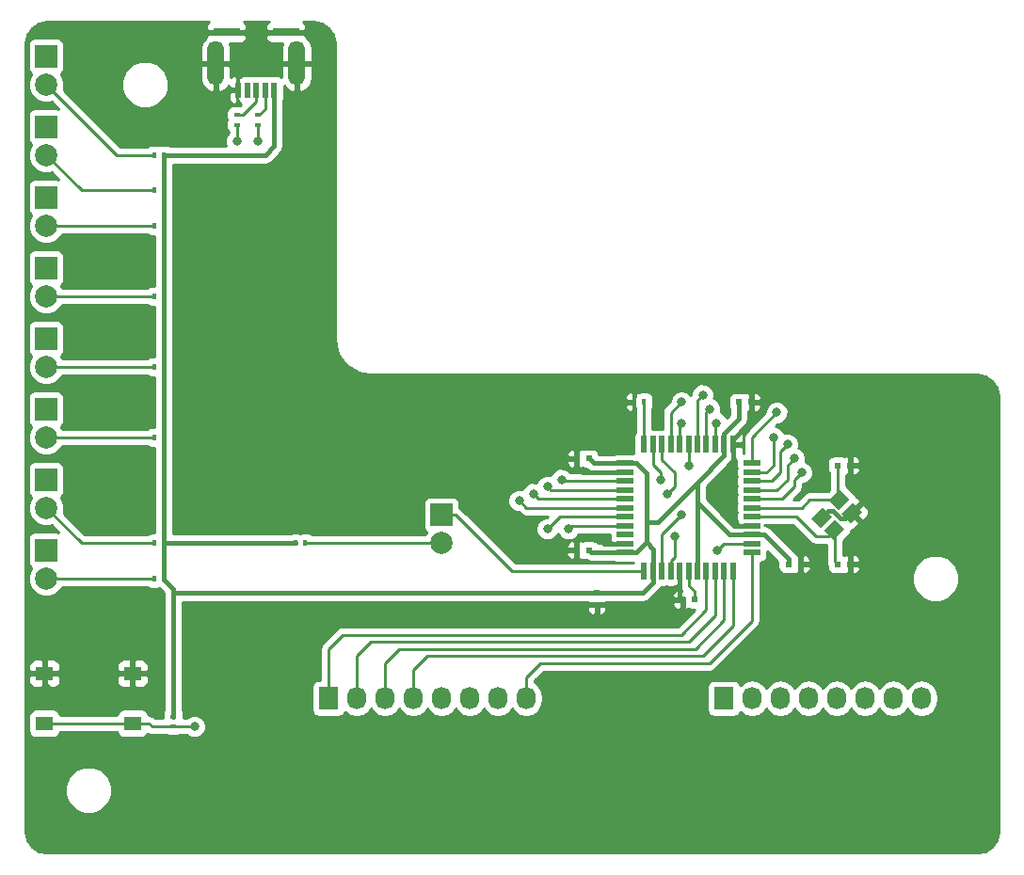
<source format=gtl>
G04 #@! TF.FileFunction,Copper,L1,Top,Signal*
%FSLAX46Y46*%
G04 Gerber Fmt 4.6, Leading zero omitted, Abs format (unit mm)*
G04 Created by KiCad (PCBNEW 4.0.2+dfsg1-stable) date Tue 17 Jul 2018 08:19:24 PM MDT*
%MOMM*%
G01*
G04 APERTURE LIST*
%ADD10C,0.100000*%
%ADD11R,0.550000X1.500000*%
%ADD12R,1.500000X0.550000*%
%ADD13R,2.350000X0.800000*%
%ADD14R,0.500000X1.400000*%
%ADD15O,1.500000X4.000000*%
%ADD16R,0.600000X0.400000*%
%ADD17R,0.600000X0.500000*%
%ADD18R,0.500000X0.600000*%
%ADD19R,1.727200X2.032000*%
%ADD20O,1.727200X2.032000*%
%ADD21R,0.400000X0.600000*%
%ADD22R,1.550000X1.300000*%
%ADD23R,2.000000X2.000000*%
%ADD24C,2.000000*%
%ADD25C,1.000000*%
%ADD26C,0.800000*%
%ADD27C,0.250000*%
%ADD28C,0.254000*%
%ADD29C,0.400000*%
%ADD30C,0.381000*%
G04 APERTURE END LIST*
D10*
D11*
X157925000Y-100950000D03*
X158725000Y-100950000D03*
X159525000Y-100950000D03*
X160325000Y-100950000D03*
X161125000Y-100950000D03*
X161925000Y-100950000D03*
X162725000Y-100950000D03*
X163525000Y-100950000D03*
X164325000Y-100950000D03*
X165125000Y-100950000D03*
X165925000Y-100950000D03*
D12*
X167625000Y-99250000D03*
X167625000Y-98450000D03*
X167625000Y-97650000D03*
X167625000Y-96850000D03*
X167625000Y-96050000D03*
X167625000Y-95250000D03*
X167625000Y-94450000D03*
X167625000Y-93650000D03*
X167625000Y-92850000D03*
X167625000Y-92050000D03*
X167625000Y-91250000D03*
D11*
X165925000Y-89550000D03*
X165125000Y-89550000D03*
X164325000Y-89550000D03*
X163525000Y-89550000D03*
X162725000Y-89550000D03*
X161925000Y-89550000D03*
X161125000Y-89550000D03*
X160325000Y-89550000D03*
X159525000Y-89550000D03*
X158725000Y-89550000D03*
X157925000Y-89550000D03*
D12*
X156225000Y-91250000D03*
X156225000Y-92050000D03*
X156225000Y-92850000D03*
X156225000Y-93650000D03*
X156225000Y-94450000D03*
X156225000Y-95250000D03*
X156225000Y-96050000D03*
X156225000Y-96850000D03*
X156225000Y-97650000D03*
X156225000Y-98450000D03*
X156225000Y-99250000D03*
D13*
X120355000Y-52445000D03*
X125705000Y-52445000D03*
D14*
X124630000Y-57645000D03*
X123830000Y-57645000D03*
X123030000Y-57645000D03*
X122230000Y-57645000D03*
X121430000Y-57645000D03*
D15*
X126680000Y-55245000D03*
X119380000Y-55245000D03*
D16*
X115570000Y-114035000D03*
X115570000Y-114935000D03*
D10*
G36*
X174977157Y-98147742D02*
X174128629Y-97299214D01*
X175118579Y-96309264D01*
X175967107Y-97157792D01*
X174977157Y-98147742D01*
X174977157Y-98147742D01*
G37*
G36*
X176532792Y-96592107D02*
X175684264Y-95743579D01*
X176674214Y-94753629D01*
X177522742Y-95602157D01*
X176532792Y-96592107D01*
X176532792Y-96592107D01*
G37*
G36*
X173845786Y-97016371D02*
X172997258Y-96167843D01*
X173987208Y-95177893D01*
X174835736Y-96026421D01*
X173845786Y-97016371D01*
X173845786Y-97016371D01*
G37*
G36*
X175401421Y-95460736D02*
X174552893Y-94612208D01*
X175542843Y-93622258D01*
X176391371Y-94470786D01*
X175401421Y-95460736D01*
X175401421Y-95460736D01*
G37*
D17*
X175345000Y-100330000D03*
X176445000Y-100330000D03*
X175345000Y-91440000D03*
X176445000Y-91440000D03*
X162475000Y-103505000D03*
X161375000Y-103505000D03*
X152950000Y-99060000D03*
X151850000Y-99060000D03*
X152950000Y-90805000D03*
X151850000Y-90805000D03*
X170900000Y-100330000D03*
X172000000Y-100330000D03*
X166455000Y-85725000D03*
X167555000Y-85725000D03*
D18*
X153670000Y-102870000D03*
X153670000Y-103970000D03*
D19*
X129540000Y-112395000D03*
D20*
X132080000Y-112395000D03*
X134620000Y-112395000D03*
X137160000Y-112395000D03*
X139700000Y-112395000D03*
X142240000Y-112395000D03*
X144780000Y-112395000D03*
X147320000Y-112395000D03*
D19*
X165100000Y-112395000D03*
D20*
X167640000Y-112395000D03*
X170180000Y-112395000D03*
X172720000Y-112395000D03*
X175260000Y-112395000D03*
X177800000Y-112395000D03*
X180340000Y-112395000D03*
X182880000Y-112395000D03*
D21*
X157030000Y-85725000D03*
X157930000Y-85725000D03*
D16*
X121285000Y-60775000D03*
X121285000Y-59875000D03*
X123190000Y-60775000D03*
X123190000Y-59875000D03*
D21*
X114750000Y-101600000D03*
X113850000Y-101600000D03*
X114750000Y-98425000D03*
X113850000Y-98425000D03*
X114750000Y-88900000D03*
X113850000Y-88900000D03*
X114750000Y-82550000D03*
X113850000Y-82550000D03*
X114750000Y-76200000D03*
X113850000Y-76200000D03*
X114750000Y-69850000D03*
X113850000Y-69850000D03*
X114750000Y-66675000D03*
X113850000Y-66675000D03*
X114750000Y-63500000D03*
X113850000Y-63500000D03*
X126550000Y-98425000D03*
X127450000Y-98425000D03*
D22*
X103975000Y-114645000D03*
X103975000Y-110145000D03*
X111925000Y-110145000D03*
X111925000Y-114645000D03*
D23*
X104140000Y-99060000D03*
D24*
X104140000Y-101600000D03*
D23*
X104140000Y-92710000D03*
D24*
X104140000Y-95250000D03*
D23*
X104140000Y-86360000D03*
D24*
X104140000Y-88900000D03*
D23*
X104140000Y-80010000D03*
D24*
X104140000Y-82550000D03*
D23*
X104140000Y-73660000D03*
D24*
X104140000Y-76200000D03*
D23*
X104140000Y-67310000D03*
D24*
X104140000Y-69850000D03*
D23*
X104140000Y-60960000D03*
D24*
X104140000Y-63500000D03*
D23*
X104140000Y-54610000D03*
D24*
X104140000Y-57150000D03*
D23*
X139700000Y-95885000D03*
D24*
X139700000Y-98425000D03*
D25*
X149225000Y-88900000D03*
X107950000Y-112395000D03*
X184150000Y-120650000D03*
X184150000Y-88900000D03*
D26*
X151130000Y-97155000D03*
X149225000Y-97155000D03*
X160020000Y-93980000D03*
X159385000Y-92710000D03*
X146685000Y-94615000D03*
X147955000Y-93980000D03*
X149225000Y-93345000D03*
X150495000Y-92710000D03*
X161925000Y-91440000D03*
X161290000Y-87630000D03*
X161290000Y-85725000D03*
X172085000Y-92075000D03*
X171450000Y-90805000D03*
X170815000Y-89535000D03*
X169545000Y-88900000D03*
X164434490Y-87630000D03*
X169862500Y-86677500D03*
X163830000Y-86360000D03*
X163195000Y-85090000D03*
X117475000Y-114935000D03*
X164465000Y-99060000D03*
X121285000Y-62230000D03*
X160655000Y-97790000D03*
X123190000Y-62230000D03*
X161290000Y-95885000D03*
D27*
X174482183Y-97794188D02*
X173359188Y-97794188D01*
X173359188Y-97794188D02*
X171615000Y-96050000D01*
X171615000Y-96050000D02*
X167625000Y-96050000D01*
D28*
X175047868Y-97228503D02*
X175047868Y-100032868D01*
X175047868Y-100032868D02*
X175345000Y-100330000D01*
X174482183Y-97794188D02*
X175047868Y-97228503D01*
D29*
X149225000Y-88900000D02*
X151130000Y-90805000D01*
X151130000Y-90805000D02*
X151850000Y-90805000D01*
X107950000Y-112395000D02*
X105325000Y-112395000D01*
X105325000Y-112395000D02*
X103975000Y-111045000D01*
X103975000Y-111045000D02*
X103975000Y-110145000D01*
D27*
X103975000Y-110145000D02*
X104100000Y-110145000D01*
X103975000Y-110020000D02*
X103975000Y-110145000D01*
D29*
X189230000Y-93980000D02*
X189230000Y-115570000D01*
X189230000Y-115570000D02*
X184150000Y-120650000D01*
X184150000Y-88900000D02*
X189230000Y-93980000D01*
X167555000Y-87445000D02*
X167555000Y-85725000D01*
X165925000Y-89550000D02*
X165925000Y-89075000D01*
X165925000Y-89075000D02*
X167555000Y-87445000D01*
D27*
X121430000Y-57645000D02*
X121430000Y-56295000D01*
X121430000Y-56295000D02*
X120380000Y-55245000D01*
X120380000Y-55245000D02*
X119380000Y-55245000D01*
D29*
X163830000Y-94615000D02*
X166065000Y-96850000D01*
X166065000Y-96850000D02*
X167625000Y-96850000D01*
X163830000Y-93345000D02*
X163830000Y-94615000D01*
X165925000Y-91250000D02*
X163830000Y-93345000D01*
X165925000Y-89550000D02*
X165925000Y-91250000D01*
X161125000Y-100950000D02*
X161125000Y-103255000D01*
D30*
X161125000Y-103255000D02*
X161375000Y-103505000D01*
X174906447Y-95531447D02*
X175613553Y-96238553D01*
X175613553Y-96238553D02*
X176037818Y-96238553D01*
X176037818Y-96238553D02*
X176603503Y-95672868D01*
X173916497Y-96097132D02*
X174482182Y-95531447D01*
X174482182Y-95531447D02*
X174906447Y-95531447D01*
D29*
X152375000Y-92050000D02*
X151850000Y-91525000D01*
X151850000Y-91525000D02*
X151850000Y-90805000D01*
X156225000Y-92050000D02*
X152375000Y-92050000D01*
X153670000Y-97790000D02*
X152400000Y-97790000D01*
X151850000Y-98340000D02*
X152400000Y-97790000D01*
X151850000Y-99060000D02*
X151850000Y-98340000D01*
X154330000Y-98450000D02*
X153670000Y-97790000D01*
X156225000Y-98450000D02*
X154330000Y-98450000D01*
D27*
X172793503Y-94541497D02*
X175472132Y-94541497D01*
X172793503Y-94541497D02*
X172085000Y-95250000D01*
X172085000Y-95250000D02*
X167625000Y-95250000D01*
D28*
X175345000Y-91440000D02*
X175345000Y-94414365D01*
X175345000Y-94414365D02*
X175472132Y-94541497D01*
D27*
X161925000Y-102235000D02*
X162475000Y-102785000D01*
X162475000Y-102785000D02*
X162475000Y-103505000D01*
X161925000Y-100950000D02*
X161925000Y-102235000D01*
D28*
X161840000Y-101035000D02*
X161925000Y-100950000D01*
D29*
X158115000Y-92140000D02*
X158115000Y-96520000D01*
X158115000Y-96520000D02*
X158115000Y-98360000D01*
X162725000Y-92950000D02*
X159155000Y-96520000D01*
X159155000Y-96520000D02*
X158115000Y-96520000D01*
X166455000Y-87220000D02*
X166455000Y-85725000D01*
D30*
X165125000Y-89550000D02*
X165125000Y-88550000D01*
D29*
X165125000Y-88550000D02*
X166455000Y-87220000D01*
X115570000Y-114035000D02*
X115570000Y-102870000D01*
X115570000Y-102870000D02*
X115570000Y-102520000D01*
X115570000Y-102520000D02*
X114750000Y-101700000D01*
D30*
X114750000Y-101700000D02*
X114750000Y-101600000D01*
D29*
X153670000Y-102870000D02*
X115570000Y-102870000D01*
X157805000Y-102870000D02*
X154305000Y-102870000D01*
X154305000Y-102870000D02*
X153670000Y-102870000D01*
X114750000Y-98425000D02*
X126550000Y-98425000D01*
X167625000Y-97650000D02*
X168720000Y-97650000D01*
X170900000Y-99830000D02*
X170900000Y-100330000D01*
X168720000Y-97650000D02*
X170900000Y-99830000D01*
X158725000Y-100950000D02*
X158725000Y-98970000D01*
X158725000Y-98970000D02*
X158115000Y-98360000D01*
X158115000Y-98360000D02*
X157225000Y-99250000D01*
X157225000Y-99250000D02*
X156225000Y-99250000D01*
X156225000Y-91250000D02*
X157225000Y-91250000D01*
X157225000Y-91250000D02*
X158115000Y-92140000D01*
X124630000Y-57645000D02*
X124630000Y-62695000D01*
X123825000Y-63500000D02*
X124630000Y-62695000D01*
X114750000Y-63500000D02*
X123825000Y-63500000D01*
X162725000Y-92950000D02*
X165125000Y-90550000D01*
X162725000Y-94780000D02*
X162725000Y-92950000D01*
X114750000Y-98425000D02*
X114750000Y-101600000D01*
X114750000Y-88900000D02*
X114750000Y-98425000D01*
X114750000Y-66675000D02*
X114750000Y-66125000D01*
X114750000Y-66125000D02*
X114750000Y-63500000D01*
X114750000Y-66675000D02*
X114750000Y-69850000D01*
X114750000Y-76200000D02*
X114750000Y-75650000D01*
X114750000Y-75650000D02*
X114750000Y-69850000D01*
X165125000Y-89550000D02*
X165125000Y-90550000D01*
X167625000Y-97650000D02*
X165595000Y-97650000D01*
X165595000Y-97650000D02*
X162725000Y-94780000D01*
X162725000Y-100950000D02*
X162725000Y-94780000D01*
X158725000Y-100950000D02*
X158725000Y-101950000D01*
X158725000Y-101950000D02*
X157805000Y-102870000D01*
X114750000Y-88900000D02*
X114750000Y-82550000D01*
X114750000Y-82550000D02*
X114750000Y-76200000D01*
X156225000Y-91250000D02*
X153395000Y-91250000D01*
X153395000Y-91250000D02*
X152950000Y-90805000D01*
X156225000Y-99250000D02*
X153140000Y-99250000D01*
D28*
X153140000Y-99250000D02*
X152950000Y-99060000D01*
D27*
X156225000Y-96850000D02*
X151435000Y-96850000D01*
X151435000Y-96850000D02*
X151130000Y-97155000D01*
X149225000Y-97155000D02*
X150330000Y-96050000D01*
X150330000Y-96050000D02*
X156225000Y-96050000D01*
X156060000Y-95885000D02*
X156225000Y-96050000D01*
X160655000Y-92075000D02*
X159525000Y-90945000D01*
X160655000Y-93345000D02*
X160020000Y-93980000D01*
X160655000Y-92075000D02*
X160655000Y-93345000D01*
X159525000Y-89550000D02*
X159525000Y-90945000D01*
X159385000Y-92075000D02*
X159385000Y-92710000D01*
X158725000Y-89550000D02*
X158725000Y-91415000D01*
X158725000Y-91415000D02*
X159385000Y-92075000D01*
X156225000Y-95250000D02*
X147320000Y-95250000D01*
X147320000Y-95250000D02*
X146685000Y-94615000D01*
X156225000Y-94450000D02*
X148425000Y-94450000D01*
X148425000Y-94450000D02*
X147955000Y-93980000D01*
X156225000Y-93650000D02*
X149530000Y-93650000D01*
X149530000Y-93650000D02*
X149225000Y-93345000D01*
X156225000Y-92850000D02*
X150635000Y-92850000D01*
X150635000Y-92850000D02*
X150495000Y-92710000D01*
X157925000Y-100950000D02*
X146065000Y-100950000D01*
X146035000Y-100950000D02*
X140970000Y-95885000D01*
X140970000Y-95885000D02*
X139700000Y-95885000D01*
X123830000Y-57645000D02*
X123830000Y-59335000D01*
X123830000Y-59335000D02*
X123290000Y-59875000D01*
X123290000Y-59875000D02*
X123190000Y-59875000D01*
X123030000Y-57645000D02*
X123030000Y-58680000D01*
X123030000Y-58680000D02*
X121835000Y-59875000D01*
X121835000Y-59875000D02*
X121285000Y-59875000D01*
X129540000Y-112395000D02*
X129540000Y-107950000D01*
X129540000Y-107950000D02*
X130810000Y-106680000D01*
X130810000Y-106680000D02*
X161290000Y-106680000D01*
X161290000Y-106680000D02*
X163525000Y-104445000D01*
X163525000Y-104445000D02*
X163525000Y-100950000D01*
X133350000Y-107315000D02*
X161925000Y-107315000D01*
X164325000Y-100950000D02*
X164325000Y-104915000D01*
X164325000Y-104915000D02*
X161925000Y-107315000D01*
X133350000Y-107315000D02*
X132080000Y-108585000D01*
X132080000Y-108585000D02*
X132080000Y-112395000D01*
X162560000Y-107950000D02*
X135890000Y-107950000D01*
X165125000Y-105385000D02*
X162560000Y-107950000D01*
X165125000Y-100950000D02*
X165125000Y-105385000D01*
X135890000Y-107950000D02*
X134620000Y-109220000D01*
X134620000Y-109220000D02*
X134620000Y-112395000D01*
X165925000Y-100950000D02*
X165925000Y-105855000D01*
X165925000Y-105855000D02*
X163195000Y-108585000D01*
X163195000Y-108585000D02*
X138430000Y-108585000D01*
X138430000Y-108585000D02*
X137160000Y-109855000D01*
X137160000Y-109855000D02*
X137160000Y-112395000D01*
X161925000Y-89550000D02*
X161925000Y-91440000D01*
X161125000Y-89550000D02*
X161125000Y-87795000D01*
X161125000Y-87795000D02*
X161290000Y-87630000D01*
X160325000Y-89550000D02*
X160325000Y-86690000D01*
X160325000Y-86690000D02*
X161290000Y-85725000D01*
X163830000Y-109220000D02*
X148590000Y-109220000D01*
X148590000Y-109220000D02*
X147320000Y-110490000D01*
X147320000Y-110490000D02*
X147320000Y-112395000D01*
X167625000Y-105425000D02*
X163830000Y-109220000D01*
X167625000Y-99250000D02*
X167625000Y-105425000D01*
X170345000Y-94450000D02*
X171450000Y-93345000D01*
X171450000Y-92710000D02*
X171450000Y-93345000D01*
X172085000Y-92075000D02*
X171450000Y-92710000D01*
X167625000Y-94450000D02*
X170345000Y-94450000D01*
X169875000Y-93650000D02*
X170815000Y-92710000D01*
X170815000Y-91440000D02*
X170815000Y-92710000D01*
X171450000Y-90805000D02*
X170815000Y-91440000D01*
X167625000Y-93650000D02*
X169875000Y-93650000D01*
X169405000Y-92850000D02*
X170180000Y-92075000D01*
X170180000Y-90170000D02*
X170180000Y-92075000D01*
X170815000Y-89535000D02*
X170180000Y-90170000D01*
X167625000Y-92850000D02*
X169405000Y-92850000D01*
X168910000Y-92075000D02*
X168885000Y-92050000D01*
X168885000Y-92050000D02*
X167625000Y-92050000D01*
X169545000Y-91440000D02*
X168910000Y-92075000D01*
X169545000Y-88900000D02*
X169545000Y-91440000D01*
X164325000Y-89550000D02*
X164325000Y-87739490D01*
X164325000Y-87739490D02*
X164434490Y-87630000D01*
X167625000Y-88915000D02*
X169862500Y-86677500D01*
X167625000Y-91250000D02*
X167625000Y-88915000D01*
X163525000Y-89550000D02*
X163525000Y-86665000D01*
X163525000Y-86665000D02*
X163830000Y-86360000D01*
X162725000Y-89550000D02*
X162725000Y-85560000D01*
X162725000Y-85560000D02*
X163195000Y-85090000D01*
X111925000Y-114645000D02*
X103975000Y-114645000D01*
X115570000Y-114935000D02*
X117475000Y-114935000D01*
X113375000Y-114645000D02*
X113665000Y-114935000D01*
X113665000Y-114935000D02*
X115570000Y-114935000D01*
X111925000Y-114645000D02*
X113375000Y-114645000D01*
X112030000Y-114750000D02*
X111925000Y-114645000D01*
X167625000Y-98450000D02*
X165075000Y-98450000D01*
X165075000Y-98450000D02*
X164465000Y-99060000D01*
X157925000Y-89550000D02*
X157925000Y-85730000D01*
X157925000Y-85730000D02*
X157930000Y-85725000D01*
X160655000Y-99695000D02*
X160655000Y-97790000D01*
X160325000Y-100025000D02*
X160655000Y-99695000D01*
X160325000Y-100950000D02*
X160325000Y-100025000D01*
X121285000Y-62230000D02*
X121285000Y-60775000D01*
X161290000Y-95885000D02*
X159525000Y-97650000D01*
X123190000Y-62230000D02*
X123190000Y-60775000D01*
X159525000Y-100950000D02*
X159525000Y-97650000D01*
X104140000Y-101600000D02*
X113850000Y-101600000D01*
X113850000Y-98425000D02*
X107315000Y-98425000D01*
X107315000Y-98425000D02*
X104140000Y-95250000D01*
X104140000Y-88900000D02*
X113850000Y-88900000D01*
X104140000Y-82550000D02*
X113850000Y-82550000D01*
X104140000Y-76200000D02*
X113850000Y-76200000D01*
X104140000Y-69850000D02*
X113850000Y-69850000D01*
X113850000Y-66675000D02*
X107315000Y-66675000D01*
X107315000Y-66675000D02*
X104140000Y-63500000D01*
X113850000Y-63500000D02*
X110490000Y-63500000D01*
X110490000Y-63500000D02*
X104140000Y-57150000D01*
X127450000Y-98425000D02*
X139700000Y-98425000D01*
D28*
G36*
X118641673Y-51685301D02*
X118545000Y-51918690D01*
X118545000Y-52159250D01*
X118703750Y-52318000D01*
X120228000Y-52318000D01*
X120228000Y-52298000D01*
X120482000Y-52298000D01*
X120482000Y-52318000D01*
X122006250Y-52318000D01*
X122165000Y-52159250D01*
X122165000Y-51918690D01*
X122068327Y-51685301D01*
X121893025Y-51510000D01*
X124166975Y-51510000D01*
X123991673Y-51685301D01*
X123895000Y-51918690D01*
X123895000Y-52159250D01*
X124053750Y-52318000D01*
X125578000Y-52318000D01*
X125578000Y-52298000D01*
X125832000Y-52298000D01*
X125832000Y-52318000D01*
X127356250Y-52318000D01*
X127515000Y-52159250D01*
X127515000Y-51918690D01*
X127418327Y-51685301D01*
X127243025Y-51510000D01*
X128200069Y-51510000D01*
X128964989Y-51662152D01*
X129554170Y-52055830D01*
X129947848Y-52645011D01*
X130100000Y-53409931D01*
X130100000Y-80010000D01*
X130113642Y-80078584D01*
X130113642Y-80148514D01*
X130306988Y-81120530D01*
X130358677Y-81245317D01*
X130413003Y-81376471D01*
X130963606Y-82200506D01*
X131159494Y-82396394D01*
X131983529Y-82946997D01*
X132239470Y-83053012D01*
X133211486Y-83246358D01*
X133281416Y-83246358D01*
X133350000Y-83260000D01*
X187890069Y-83260000D01*
X188654989Y-83412152D01*
X189244170Y-83805830D01*
X189637848Y-84395011D01*
X189790000Y-85159931D01*
X189790000Y-124390069D01*
X189637848Y-125154989D01*
X189244170Y-125744170D01*
X188654989Y-126137848D01*
X187890069Y-126290000D01*
X104209931Y-126290000D01*
X103445011Y-126137848D01*
X102855830Y-125744170D01*
X102462152Y-125154989D01*
X102310000Y-124390069D01*
X102310000Y-121072815D01*
X105814630Y-121072815D01*
X106138980Y-121857800D01*
X106739041Y-122458909D01*
X107523459Y-122784628D01*
X108372815Y-122785370D01*
X109157800Y-122461020D01*
X109758909Y-121860959D01*
X110084628Y-121076541D01*
X110085370Y-120227185D01*
X109761020Y-119442200D01*
X109160959Y-118841091D01*
X108376541Y-118515372D01*
X107527185Y-118514630D01*
X106742200Y-118838980D01*
X106141091Y-119439041D01*
X105815372Y-120223459D01*
X105814630Y-121072815D01*
X102310000Y-121072815D01*
X102310000Y-110430750D01*
X102565000Y-110430750D01*
X102565000Y-110921310D01*
X102661673Y-111154699D01*
X102840302Y-111333327D01*
X103073691Y-111430000D01*
X103689250Y-111430000D01*
X103848000Y-111271250D01*
X103848000Y-110272000D01*
X104102000Y-110272000D01*
X104102000Y-111271250D01*
X104260750Y-111430000D01*
X104876309Y-111430000D01*
X105109698Y-111333327D01*
X105288327Y-111154699D01*
X105385000Y-110921310D01*
X105385000Y-110430750D01*
X110515000Y-110430750D01*
X110515000Y-110921310D01*
X110611673Y-111154699D01*
X110790302Y-111333327D01*
X111023691Y-111430000D01*
X111639250Y-111430000D01*
X111798000Y-111271250D01*
X111798000Y-110272000D01*
X112052000Y-110272000D01*
X112052000Y-111271250D01*
X112210750Y-111430000D01*
X112826309Y-111430000D01*
X113059698Y-111333327D01*
X113238327Y-111154699D01*
X113335000Y-110921310D01*
X113335000Y-110430750D01*
X113176250Y-110272000D01*
X112052000Y-110272000D01*
X111798000Y-110272000D01*
X110673750Y-110272000D01*
X110515000Y-110430750D01*
X105385000Y-110430750D01*
X105226250Y-110272000D01*
X104102000Y-110272000D01*
X103848000Y-110272000D01*
X102723750Y-110272000D01*
X102565000Y-110430750D01*
X102310000Y-110430750D01*
X102310000Y-109368690D01*
X102565000Y-109368690D01*
X102565000Y-109859250D01*
X102723750Y-110018000D01*
X103848000Y-110018000D01*
X103848000Y-109018750D01*
X104102000Y-109018750D01*
X104102000Y-110018000D01*
X105226250Y-110018000D01*
X105385000Y-109859250D01*
X105385000Y-109368690D01*
X110515000Y-109368690D01*
X110515000Y-109859250D01*
X110673750Y-110018000D01*
X111798000Y-110018000D01*
X111798000Y-109018750D01*
X112052000Y-109018750D01*
X112052000Y-110018000D01*
X113176250Y-110018000D01*
X113335000Y-109859250D01*
X113335000Y-109368690D01*
X113238327Y-109135301D01*
X113059698Y-108956673D01*
X112826309Y-108860000D01*
X112210750Y-108860000D01*
X112052000Y-109018750D01*
X111798000Y-109018750D01*
X111639250Y-108860000D01*
X111023691Y-108860000D01*
X110790302Y-108956673D01*
X110611673Y-109135301D01*
X110515000Y-109368690D01*
X105385000Y-109368690D01*
X105288327Y-109135301D01*
X105109698Y-108956673D01*
X104876309Y-108860000D01*
X104260750Y-108860000D01*
X104102000Y-109018750D01*
X103848000Y-109018750D01*
X103689250Y-108860000D01*
X103073691Y-108860000D01*
X102840302Y-108956673D01*
X102661673Y-109135301D01*
X102565000Y-109368690D01*
X102310000Y-109368690D01*
X102310000Y-53610000D01*
X102492560Y-53610000D01*
X102492560Y-55610000D01*
X102536838Y-55845317D01*
X102675910Y-56061441D01*
X102818561Y-56158910D01*
X102754722Y-56222637D01*
X102505284Y-56823352D01*
X102504716Y-57473795D01*
X102753106Y-58074943D01*
X103212637Y-58535278D01*
X103813352Y-58784716D01*
X104463795Y-58785284D01*
X104631279Y-58716081D01*
X105250042Y-59334844D01*
X105140000Y-59312560D01*
X103140000Y-59312560D01*
X102904683Y-59356838D01*
X102688559Y-59495910D01*
X102543569Y-59708110D01*
X102492560Y-59960000D01*
X102492560Y-61960000D01*
X102536838Y-62195317D01*
X102675910Y-62411441D01*
X102818561Y-62508910D01*
X102754722Y-62572637D01*
X102505284Y-63173352D01*
X102504716Y-63823795D01*
X102753106Y-64424943D01*
X103212637Y-64885278D01*
X103813352Y-65134716D01*
X104463795Y-65135284D01*
X104631279Y-65066081D01*
X105250042Y-65684844D01*
X105140000Y-65662560D01*
X103140000Y-65662560D01*
X102904683Y-65706838D01*
X102688559Y-65845910D01*
X102543569Y-66058110D01*
X102492560Y-66310000D01*
X102492560Y-68310000D01*
X102536838Y-68545317D01*
X102675910Y-68761441D01*
X102818561Y-68858910D01*
X102754722Y-68922637D01*
X102505284Y-69523352D01*
X102504716Y-70173795D01*
X102753106Y-70774943D01*
X103212637Y-71235278D01*
X103813352Y-71484716D01*
X104463795Y-71485284D01*
X105064943Y-71236894D01*
X105525278Y-70777363D01*
X105594773Y-70610000D01*
X113198437Y-70610000D01*
X113398110Y-70746431D01*
X113650000Y-70797440D01*
X113915000Y-70797440D01*
X113915000Y-75252560D01*
X113650000Y-75252560D01*
X113414683Y-75296838D01*
X113198559Y-75435910D01*
X113195764Y-75440000D01*
X105595047Y-75440000D01*
X105526894Y-75275057D01*
X105460379Y-75208426D01*
X105591441Y-75124090D01*
X105736431Y-74911890D01*
X105787440Y-74660000D01*
X105787440Y-72660000D01*
X105743162Y-72424683D01*
X105604090Y-72208559D01*
X105391890Y-72063569D01*
X105140000Y-72012560D01*
X103140000Y-72012560D01*
X102904683Y-72056838D01*
X102688559Y-72195910D01*
X102543569Y-72408110D01*
X102492560Y-72660000D01*
X102492560Y-74660000D01*
X102536838Y-74895317D01*
X102675910Y-75111441D01*
X102818561Y-75208910D01*
X102754722Y-75272637D01*
X102505284Y-75873352D01*
X102504716Y-76523795D01*
X102753106Y-77124943D01*
X103212637Y-77585278D01*
X103813352Y-77834716D01*
X104463795Y-77835284D01*
X105064943Y-77586894D01*
X105525278Y-77127363D01*
X105594773Y-76960000D01*
X113198437Y-76960000D01*
X113398110Y-77096431D01*
X113650000Y-77147440D01*
X113915000Y-77147440D01*
X113915000Y-81602560D01*
X113650000Y-81602560D01*
X113414683Y-81646838D01*
X113198559Y-81785910D01*
X113195764Y-81790000D01*
X105595047Y-81790000D01*
X105526894Y-81625057D01*
X105460379Y-81558426D01*
X105591441Y-81474090D01*
X105736431Y-81261890D01*
X105787440Y-81010000D01*
X105787440Y-79010000D01*
X105743162Y-78774683D01*
X105604090Y-78558559D01*
X105391890Y-78413569D01*
X105140000Y-78362560D01*
X103140000Y-78362560D01*
X102904683Y-78406838D01*
X102688559Y-78545910D01*
X102543569Y-78758110D01*
X102492560Y-79010000D01*
X102492560Y-81010000D01*
X102536838Y-81245317D01*
X102675910Y-81461441D01*
X102818561Y-81558910D01*
X102754722Y-81622637D01*
X102505284Y-82223352D01*
X102504716Y-82873795D01*
X102753106Y-83474943D01*
X103212637Y-83935278D01*
X103813352Y-84184716D01*
X104463795Y-84185284D01*
X105064943Y-83936894D01*
X105525278Y-83477363D01*
X105594773Y-83310000D01*
X113198437Y-83310000D01*
X113398110Y-83446431D01*
X113650000Y-83497440D01*
X113915000Y-83497440D01*
X113915000Y-87952560D01*
X113650000Y-87952560D01*
X113414683Y-87996838D01*
X113198559Y-88135910D01*
X113195764Y-88140000D01*
X105595047Y-88140000D01*
X105526894Y-87975057D01*
X105460379Y-87908426D01*
X105591441Y-87824090D01*
X105736431Y-87611890D01*
X105787440Y-87360000D01*
X105787440Y-85360000D01*
X105743162Y-85124683D01*
X105604090Y-84908559D01*
X105391890Y-84763569D01*
X105140000Y-84712560D01*
X103140000Y-84712560D01*
X102904683Y-84756838D01*
X102688559Y-84895910D01*
X102543569Y-85108110D01*
X102492560Y-85360000D01*
X102492560Y-87360000D01*
X102536838Y-87595317D01*
X102675910Y-87811441D01*
X102818561Y-87908910D01*
X102754722Y-87972637D01*
X102505284Y-88573352D01*
X102504716Y-89223795D01*
X102753106Y-89824943D01*
X103212637Y-90285278D01*
X103813352Y-90534716D01*
X104463795Y-90535284D01*
X105064943Y-90286894D01*
X105525278Y-89827363D01*
X105594773Y-89660000D01*
X113198437Y-89660000D01*
X113398110Y-89796431D01*
X113650000Y-89847440D01*
X113915000Y-89847440D01*
X113915000Y-97477560D01*
X113650000Y-97477560D01*
X113414683Y-97521838D01*
X113198559Y-97660910D01*
X113195764Y-97665000D01*
X107629802Y-97665000D01*
X105706275Y-95741473D01*
X105774716Y-95576648D01*
X105775284Y-94926205D01*
X105526894Y-94325057D01*
X105460379Y-94258426D01*
X105591441Y-94174090D01*
X105736431Y-93961890D01*
X105787440Y-93710000D01*
X105787440Y-91710000D01*
X105743162Y-91474683D01*
X105604090Y-91258559D01*
X105391890Y-91113569D01*
X105140000Y-91062560D01*
X103140000Y-91062560D01*
X102904683Y-91106838D01*
X102688559Y-91245910D01*
X102543569Y-91458110D01*
X102492560Y-91710000D01*
X102492560Y-93710000D01*
X102536838Y-93945317D01*
X102675910Y-94161441D01*
X102818561Y-94258910D01*
X102754722Y-94322637D01*
X102505284Y-94923352D01*
X102504716Y-95573795D01*
X102753106Y-96174943D01*
X103212637Y-96635278D01*
X103813352Y-96884716D01*
X104463795Y-96885284D01*
X104631279Y-96816081D01*
X105250042Y-97434844D01*
X105140000Y-97412560D01*
X103140000Y-97412560D01*
X102904683Y-97456838D01*
X102688559Y-97595910D01*
X102543569Y-97808110D01*
X102492560Y-98060000D01*
X102492560Y-100060000D01*
X102536838Y-100295317D01*
X102675910Y-100511441D01*
X102818561Y-100608910D01*
X102754722Y-100672637D01*
X102505284Y-101273352D01*
X102504716Y-101923795D01*
X102753106Y-102524943D01*
X103212637Y-102985278D01*
X103813352Y-103234716D01*
X104463795Y-103235284D01*
X105064943Y-102986894D01*
X105525278Y-102527363D01*
X105594773Y-102360000D01*
X113198437Y-102360000D01*
X113398110Y-102496431D01*
X113650000Y-102547440D01*
X114050000Y-102547440D01*
X114285317Y-102503162D01*
X114296979Y-102495658D01*
X114298110Y-102496431D01*
X114382691Y-102513559D01*
X114735000Y-102865868D01*
X114735000Y-113493203D01*
X114673569Y-113583110D01*
X114622560Y-113835000D01*
X114622560Y-114175000D01*
X113979802Y-114175000D01*
X113912401Y-114107599D01*
X113665839Y-113942852D01*
X113375000Y-113885000D01*
X113326742Y-113885000D01*
X113303162Y-113759683D01*
X113164090Y-113543559D01*
X112951890Y-113398569D01*
X112700000Y-113347560D01*
X111150000Y-113347560D01*
X110914683Y-113391838D01*
X110698559Y-113530910D01*
X110553569Y-113743110D01*
X110524836Y-113885000D01*
X105376742Y-113885000D01*
X105353162Y-113759683D01*
X105214090Y-113543559D01*
X105001890Y-113398569D01*
X104750000Y-113347560D01*
X103200000Y-113347560D01*
X102964683Y-113391838D01*
X102748559Y-113530910D01*
X102603569Y-113743110D01*
X102552560Y-113995000D01*
X102552560Y-115295000D01*
X102596838Y-115530317D01*
X102735910Y-115746441D01*
X102948110Y-115891431D01*
X103200000Y-115942440D01*
X104750000Y-115942440D01*
X104985317Y-115898162D01*
X105201441Y-115759090D01*
X105346431Y-115546890D01*
X105375164Y-115405000D01*
X110523258Y-115405000D01*
X110546838Y-115530317D01*
X110685910Y-115746441D01*
X110898110Y-115891431D01*
X111150000Y-115942440D01*
X112700000Y-115942440D01*
X112935317Y-115898162D01*
X113151441Y-115759090D01*
X113278455Y-115573199D01*
X113374161Y-115637148D01*
X113665000Y-115695000D01*
X114964791Y-115695000D01*
X115018110Y-115731431D01*
X115270000Y-115782440D01*
X115870000Y-115782440D01*
X116105317Y-115738162D01*
X116172393Y-115695000D01*
X116771239Y-115695000D01*
X116887954Y-115811919D01*
X117268223Y-115969820D01*
X117679971Y-115970179D01*
X118060515Y-115812942D01*
X118351919Y-115522046D01*
X118509820Y-115141777D01*
X118510179Y-114730029D01*
X118352942Y-114349485D01*
X118062046Y-114058081D01*
X117681777Y-113900180D01*
X117270029Y-113899821D01*
X116889485Y-114057058D01*
X116771337Y-114175000D01*
X116517440Y-114175000D01*
X116517440Y-113835000D01*
X116473162Y-113599683D01*
X116405000Y-113493756D01*
X116405000Y-104255750D01*
X152785000Y-104255750D01*
X152785000Y-104396309D01*
X152881673Y-104629698D01*
X153060301Y-104808327D01*
X153293690Y-104905000D01*
X153386250Y-104905000D01*
X153545000Y-104746250D01*
X153545000Y-104097000D01*
X153795000Y-104097000D01*
X153795000Y-104746250D01*
X153953750Y-104905000D01*
X154046310Y-104905000D01*
X154279699Y-104808327D01*
X154458327Y-104629698D01*
X154555000Y-104396309D01*
X154555000Y-104255750D01*
X154396250Y-104097000D01*
X153795000Y-104097000D01*
X153545000Y-104097000D01*
X152943750Y-104097000D01*
X152785000Y-104255750D01*
X116405000Y-104255750D01*
X116405000Y-103705000D01*
X152805750Y-103705000D01*
X152943750Y-103843000D01*
X153545000Y-103843000D01*
X153545000Y-103823000D01*
X153795000Y-103823000D01*
X153795000Y-103843000D01*
X154396250Y-103843000D01*
X154450500Y-103788750D01*
X160440000Y-103788750D01*
X160440000Y-103881310D01*
X160536673Y-104114699D01*
X160715302Y-104293327D01*
X160948691Y-104390000D01*
X161089250Y-104390000D01*
X161248000Y-104231250D01*
X161248000Y-103630000D01*
X160598750Y-103630000D01*
X160440000Y-103788750D01*
X154450500Y-103788750D01*
X154534250Y-103705000D01*
X157805000Y-103705000D01*
X158124541Y-103641439D01*
X158395434Y-103460434D01*
X159315434Y-102540434D01*
X159385883Y-102435000D01*
X159444389Y-102347440D01*
X159800000Y-102347440D01*
X159929589Y-102323056D01*
X160050000Y-102347440D01*
X160600000Y-102347440D01*
X160705705Y-102327550D01*
X160723690Y-102335000D01*
X160839250Y-102335000D01*
X160935651Y-102238599D01*
X161051441Y-102164090D01*
X161124884Y-102056603D01*
X161165000Y-102118946D01*
X161165000Y-102235000D01*
X161222852Y-102525839D01*
X161285768Y-102620000D01*
X161247998Y-102620000D01*
X161247998Y-102778748D01*
X161089250Y-102620000D01*
X160948691Y-102620000D01*
X160715302Y-102716673D01*
X160536673Y-102895301D01*
X160440000Y-103128690D01*
X160440000Y-103221250D01*
X160598750Y-103380000D01*
X161248000Y-103380000D01*
X161248000Y-103358000D01*
X161502000Y-103358000D01*
X161502000Y-103380000D01*
X161522000Y-103380000D01*
X161522000Y-103630000D01*
X161502000Y-103630000D01*
X161502000Y-104231250D01*
X161660750Y-104390000D01*
X161801309Y-104390000D01*
X161912283Y-104344033D01*
X161923110Y-104351431D01*
X162175000Y-104402440D01*
X162492758Y-104402440D01*
X160975198Y-105920000D01*
X130810000Y-105920000D01*
X130519160Y-105977852D01*
X130272599Y-106142599D01*
X129002599Y-107412599D01*
X128837852Y-107659161D01*
X128780000Y-107950000D01*
X128780000Y-110731560D01*
X128676400Y-110731560D01*
X128441083Y-110775838D01*
X128224959Y-110914910D01*
X128079969Y-111127110D01*
X128028960Y-111379000D01*
X128028960Y-113411000D01*
X128073238Y-113646317D01*
X128212310Y-113862441D01*
X128424510Y-114007431D01*
X128676400Y-114058440D01*
X130403600Y-114058440D01*
X130638917Y-114014162D01*
X130855041Y-113875090D01*
X131000031Y-113662890D01*
X131008400Y-113621561D01*
X131020330Y-113639415D01*
X131506511Y-113964271D01*
X132080000Y-114078345D01*
X132653489Y-113964271D01*
X133139670Y-113639415D01*
X133350000Y-113324634D01*
X133560330Y-113639415D01*
X134046511Y-113964271D01*
X134620000Y-114078345D01*
X135193489Y-113964271D01*
X135679670Y-113639415D01*
X135890000Y-113324634D01*
X136100330Y-113639415D01*
X136586511Y-113964271D01*
X137160000Y-114078345D01*
X137733489Y-113964271D01*
X138219670Y-113639415D01*
X138430000Y-113324634D01*
X138640330Y-113639415D01*
X139126511Y-113964271D01*
X139700000Y-114078345D01*
X140273489Y-113964271D01*
X140759670Y-113639415D01*
X140970000Y-113324634D01*
X141180330Y-113639415D01*
X141666511Y-113964271D01*
X142240000Y-114078345D01*
X142813489Y-113964271D01*
X143299670Y-113639415D01*
X143510000Y-113324634D01*
X143720330Y-113639415D01*
X144206511Y-113964271D01*
X144780000Y-114078345D01*
X145353489Y-113964271D01*
X145839670Y-113639415D01*
X146050000Y-113324634D01*
X146260330Y-113639415D01*
X146746511Y-113964271D01*
X147320000Y-114078345D01*
X147893489Y-113964271D01*
X148379670Y-113639415D01*
X148704526Y-113153234D01*
X148818600Y-112579745D01*
X148818600Y-112210255D01*
X148704526Y-111636766D01*
X148532293Y-111379000D01*
X163588960Y-111379000D01*
X163588960Y-113411000D01*
X163633238Y-113646317D01*
X163772310Y-113862441D01*
X163984510Y-114007431D01*
X164236400Y-114058440D01*
X165963600Y-114058440D01*
X166198917Y-114014162D01*
X166415041Y-113875090D01*
X166560031Y-113662890D01*
X166568400Y-113621561D01*
X166580330Y-113639415D01*
X167066511Y-113964271D01*
X167640000Y-114078345D01*
X168213489Y-113964271D01*
X168699670Y-113639415D01*
X168910000Y-113324634D01*
X169120330Y-113639415D01*
X169606511Y-113964271D01*
X170180000Y-114078345D01*
X170753489Y-113964271D01*
X171239670Y-113639415D01*
X171450000Y-113324634D01*
X171660330Y-113639415D01*
X172146511Y-113964271D01*
X172720000Y-114078345D01*
X173293489Y-113964271D01*
X173779670Y-113639415D01*
X173990000Y-113324634D01*
X174200330Y-113639415D01*
X174686511Y-113964271D01*
X175260000Y-114078345D01*
X175833489Y-113964271D01*
X176319670Y-113639415D01*
X176530000Y-113324634D01*
X176740330Y-113639415D01*
X177226511Y-113964271D01*
X177800000Y-114078345D01*
X178373489Y-113964271D01*
X178859670Y-113639415D01*
X179070000Y-113324634D01*
X179280330Y-113639415D01*
X179766511Y-113964271D01*
X180340000Y-114078345D01*
X180913489Y-113964271D01*
X181399670Y-113639415D01*
X181610000Y-113324634D01*
X181820330Y-113639415D01*
X182306511Y-113964271D01*
X182880000Y-114078345D01*
X183453489Y-113964271D01*
X183939670Y-113639415D01*
X184264526Y-113153234D01*
X184378600Y-112579745D01*
X184378600Y-112210255D01*
X184264526Y-111636766D01*
X183939670Y-111150585D01*
X183453489Y-110825729D01*
X182880000Y-110711655D01*
X182306511Y-110825729D01*
X181820330Y-111150585D01*
X181610000Y-111465366D01*
X181399670Y-111150585D01*
X180913489Y-110825729D01*
X180340000Y-110711655D01*
X179766511Y-110825729D01*
X179280330Y-111150585D01*
X179070000Y-111465366D01*
X178859670Y-111150585D01*
X178373489Y-110825729D01*
X177800000Y-110711655D01*
X177226511Y-110825729D01*
X176740330Y-111150585D01*
X176530000Y-111465366D01*
X176319670Y-111150585D01*
X175833489Y-110825729D01*
X175260000Y-110711655D01*
X174686511Y-110825729D01*
X174200330Y-111150585D01*
X173990000Y-111465366D01*
X173779670Y-111150585D01*
X173293489Y-110825729D01*
X172720000Y-110711655D01*
X172146511Y-110825729D01*
X171660330Y-111150585D01*
X171450000Y-111465366D01*
X171239670Y-111150585D01*
X170753489Y-110825729D01*
X170180000Y-110711655D01*
X169606511Y-110825729D01*
X169120330Y-111150585D01*
X168910000Y-111465366D01*
X168699670Y-111150585D01*
X168213489Y-110825729D01*
X167640000Y-110711655D01*
X167066511Y-110825729D01*
X166580330Y-111150585D01*
X166570757Y-111164913D01*
X166566762Y-111143683D01*
X166427690Y-110927559D01*
X166215490Y-110782569D01*
X165963600Y-110731560D01*
X164236400Y-110731560D01*
X164001083Y-110775838D01*
X163784959Y-110914910D01*
X163639969Y-111127110D01*
X163588960Y-111379000D01*
X148532293Y-111379000D01*
X148379670Y-111150585D01*
X148080000Y-110950352D01*
X148080000Y-110804802D01*
X148904802Y-109980000D01*
X163830000Y-109980000D01*
X164120839Y-109922148D01*
X164367401Y-109757401D01*
X168162401Y-105962401D01*
X168327148Y-105715840D01*
X168346779Y-105617148D01*
X168385000Y-105425000D01*
X168385000Y-102022815D01*
X182014630Y-102022815D01*
X182338980Y-102807800D01*
X182939041Y-103408909D01*
X183723459Y-103734628D01*
X184572815Y-103735370D01*
X185357800Y-103411020D01*
X185958909Y-102810959D01*
X186284628Y-102026541D01*
X186285370Y-101177185D01*
X185961020Y-100392200D01*
X185360959Y-99791091D01*
X184576541Y-99465372D01*
X183727185Y-99464630D01*
X182942200Y-99788980D01*
X182341091Y-100389041D01*
X182015372Y-101173459D01*
X182014630Y-102022815D01*
X168385000Y-102022815D01*
X168385000Y-100170558D01*
X168610317Y-100128162D01*
X168826441Y-99989090D01*
X168971431Y-99776890D01*
X169022440Y-99525000D01*
X169022440Y-99133308D01*
X169955351Y-100066219D01*
X169952560Y-100080000D01*
X169952560Y-100580000D01*
X169996838Y-100815317D01*
X170135910Y-101031441D01*
X170348110Y-101176431D01*
X170600000Y-101227440D01*
X171200000Y-101227440D01*
X171435317Y-101183162D01*
X171459406Y-101167661D01*
X171573691Y-101215000D01*
X171714250Y-101215000D01*
X171873000Y-101056250D01*
X171873000Y-100455000D01*
X172127000Y-100455000D01*
X172127000Y-101056250D01*
X172285750Y-101215000D01*
X172426309Y-101215000D01*
X172659698Y-101118327D01*
X172838327Y-100939699D01*
X172935000Y-100706310D01*
X172935000Y-100613750D01*
X172776250Y-100455000D01*
X172127000Y-100455000D01*
X171873000Y-100455000D01*
X171853000Y-100455000D01*
X171853000Y-100205000D01*
X171873000Y-100205000D01*
X171873000Y-99603750D01*
X172127000Y-99603750D01*
X172127000Y-100205000D01*
X172776250Y-100205000D01*
X172935000Y-100046250D01*
X172935000Y-99953690D01*
X172838327Y-99720301D01*
X172659698Y-99541673D01*
X172426309Y-99445000D01*
X172285750Y-99445000D01*
X172127000Y-99603750D01*
X171873000Y-99603750D01*
X171714250Y-99445000D01*
X171627701Y-99445000D01*
X171490434Y-99239566D01*
X169310434Y-97059566D01*
X169186865Y-96977000D01*
X169039541Y-96878561D01*
X168770550Y-96825055D01*
X168793946Y-96810000D01*
X171300198Y-96810000D01*
X172821787Y-98331589D01*
X173068348Y-98496336D01*
X173359188Y-98554188D01*
X174285868Y-98554188D01*
X174285868Y-100032868D01*
X174343872Y-100324473D01*
X174397560Y-100404822D01*
X174397560Y-100580000D01*
X174441838Y-100815317D01*
X174580910Y-101031441D01*
X174793110Y-101176431D01*
X175045000Y-101227440D01*
X175645000Y-101227440D01*
X175880317Y-101183162D01*
X175904406Y-101167661D01*
X176018691Y-101215000D01*
X176159250Y-101215000D01*
X176318000Y-101056250D01*
X176318000Y-100455000D01*
X176572000Y-100455000D01*
X176572000Y-101056250D01*
X176730750Y-101215000D01*
X176871309Y-101215000D01*
X177104698Y-101118327D01*
X177283327Y-100939699D01*
X177380000Y-100706310D01*
X177380000Y-100613750D01*
X177221250Y-100455000D01*
X176572000Y-100455000D01*
X176318000Y-100455000D01*
X176298000Y-100455000D01*
X176298000Y-100205000D01*
X176318000Y-100205000D01*
X176318000Y-99603750D01*
X176572000Y-99603750D01*
X176572000Y-100205000D01*
X177221250Y-100205000D01*
X177380000Y-100046250D01*
X177380000Y-99953690D01*
X177283327Y-99720301D01*
X177104698Y-99541673D01*
X176871309Y-99445000D01*
X176730750Y-99445000D01*
X176572000Y-99603750D01*
X176318000Y-99603750D01*
X176159250Y-99445000D01*
X176018691Y-99445000D01*
X175907717Y-99490967D01*
X175896890Y-99483569D01*
X175809868Y-99465947D01*
X175809868Y-98230649D01*
X176424916Y-97615601D01*
X176560001Y-97417898D01*
X176601389Y-97227106D01*
X176659102Y-97227106D01*
X176892491Y-97130434D01*
X177274724Y-96748201D01*
X177274724Y-96523694D01*
X176603503Y-95852473D01*
X176589361Y-95866616D01*
X176409756Y-95687011D01*
X176423898Y-95672868D01*
X176783108Y-95672868D01*
X177454329Y-96344089D01*
X177678836Y-96344089D01*
X178061069Y-95961856D01*
X178157741Y-95728467D01*
X178157742Y-95475848D01*
X178061069Y-95242459D01*
X177749546Y-94930936D01*
X177525040Y-94930936D01*
X176783108Y-95672868D01*
X176423898Y-95672868D01*
X176409756Y-95658726D01*
X176589361Y-95479121D01*
X176603503Y-95493263D01*
X177345435Y-94751331D01*
X177345435Y-94526825D01*
X177033912Y-94215302D01*
X176964215Y-94186433D01*
X176849180Y-94012977D01*
X176107000Y-93270797D01*
X176107000Y-92325000D01*
X176159250Y-92325000D01*
X176318000Y-92166250D01*
X176318000Y-91565000D01*
X176572000Y-91565000D01*
X176572000Y-92166250D01*
X176730750Y-92325000D01*
X176871309Y-92325000D01*
X177104698Y-92228327D01*
X177283327Y-92049699D01*
X177380000Y-91816310D01*
X177380000Y-91723750D01*
X177221250Y-91565000D01*
X176572000Y-91565000D01*
X176318000Y-91565000D01*
X176298000Y-91565000D01*
X176298000Y-91315000D01*
X176318000Y-91315000D01*
X176318000Y-90713750D01*
X176572000Y-90713750D01*
X176572000Y-91315000D01*
X177221250Y-91315000D01*
X177380000Y-91156250D01*
X177380000Y-91063690D01*
X177283327Y-90830301D01*
X177104698Y-90651673D01*
X176871309Y-90555000D01*
X176730750Y-90555000D01*
X176572000Y-90713750D01*
X176318000Y-90713750D01*
X176159250Y-90555000D01*
X176018691Y-90555000D01*
X175907717Y-90600967D01*
X175896890Y-90593569D01*
X175645000Y-90542560D01*
X175045000Y-90542560D01*
X174809683Y-90586838D01*
X174593559Y-90725910D01*
X174448569Y-90938110D01*
X174397560Y-91190000D01*
X174397560Y-91690000D01*
X174441838Y-91925317D01*
X174580910Y-92141441D01*
X174583000Y-92142869D01*
X174583000Y-93666483D01*
X174467986Y-93781497D01*
X172793503Y-93781497D01*
X172502664Y-93839349D01*
X172256102Y-94004096D01*
X171770198Y-94490000D01*
X171379802Y-94490000D01*
X171987401Y-93882401D01*
X172152148Y-93635839D01*
X172210000Y-93345000D01*
X172210000Y-93110109D01*
X172289971Y-93110179D01*
X172670515Y-92952942D01*
X172961919Y-92662046D01*
X173119820Y-92281777D01*
X173120179Y-91870029D01*
X172962942Y-91489485D01*
X172672046Y-91198081D01*
X172446371Y-91104373D01*
X172484820Y-91011777D01*
X172485179Y-90600029D01*
X172327942Y-90219485D01*
X172037046Y-89928081D01*
X171811371Y-89834373D01*
X171849820Y-89741777D01*
X171850179Y-89330029D01*
X171692942Y-88949485D01*
X171402046Y-88658081D01*
X171021777Y-88500180D01*
X170610029Y-88499821D01*
X170515636Y-88538823D01*
X170422942Y-88314485D01*
X170132046Y-88023081D01*
X169751777Y-87865180D01*
X169749624Y-87865178D01*
X169902267Y-87712535D01*
X170067471Y-87712679D01*
X170448015Y-87555442D01*
X170739419Y-87264546D01*
X170897320Y-86884277D01*
X170897679Y-86472529D01*
X170740442Y-86091985D01*
X170449546Y-85800581D01*
X170069277Y-85642680D01*
X169657529Y-85642321D01*
X169276985Y-85799558D01*
X168985581Y-86090454D01*
X168827680Y-86470723D01*
X168827534Y-86637664D01*
X167087599Y-88377599D01*
X166922852Y-88624161D01*
X166865000Y-88915000D01*
X166865000Y-90329442D01*
X166835000Y-90335087D01*
X166835000Y-89835750D01*
X166676250Y-89677000D01*
X166052000Y-89677000D01*
X166052000Y-90776250D01*
X166210750Y-90935000D01*
X166235660Y-90935000D01*
X166227560Y-90975000D01*
X166227560Y-91525000D01*
X166251944Y-91654589D01*
X166227560Y-91775000D01*
X166227560Y-92325000D01*
X166251944Y-92454589D01*
X166227560Y-92575000D01*
X166227560Y-93125000D01*
X166251944Y-93254589D01*
X166227560Y-93375000D01*
X166227560Y-93925000D01*
X166251944Y-94054589D01*
X166227560Y-94175000D01*
X166227560Y-94725000D01*
X166251944Y-94854589D01*
X166227560Y-94975000D01*
X166227560Y-95525000D01*
X166251944Y-95654589D01*
X166227560Y-95775000D01*
X166227560Y-96325000D01*
X166247450Y-96430705D01*
X166240000Y-96448690D01*
X166240000Y-96564250D01*
X166336401Y-96660651D01*
X166376520Y-96722998D01*
X166240000Y-96722998D01*
X166240000Y-96815000D01*
X165940868Y-96815000D01*
X163560000Y-94434132D01*
X163560000Y-93295868D01*
X165715434Y-91140434D01*
X165896440Y-90869540D01*
X165944509Y-90627881D01*
X165996431Y-90551890D01*
X166047440Y-90300000D01*
X166047440Y-89403000D01*
X166052000Y-89403000D01*
X166052000Y-89423000D01*
X166676250Y-89423000D01*
X166835000Y-89264250D01*
X166835000Y-88673691D01*
X166738327Y-88440302D01*
X166576947Y-88278921D01*
X167045434Y-87810434D01*
X167110752Y-87712679D01*
X167226439Y-87539541D01*
X167290000Y-87220000D01*
X167290000Y-86589250D01*
X167428000Y-86451250D01*
X167428000Y-85850000D01*
X167682000Y-85850000D01*
X167682000Y-86451250D01*
X167840750Y-86610000D01*
X167981309Y-86610000D01*
X168214698Y-86513327D01*
X168393327Y-86334699D01*
X168490000Y-86101310D01*
X168490000Y-86008750D01*
X168331250Y-85850000D01*
X167682000Y-85850000D01*
X167428000Y-85850000D01*
X167408000Y-85850000D01*
X167408000Y-85600000D01*
X167428000Y-85600000D01*
X167428000Y-84998750D01*
X167682000Y-84998750D01*
X167682000Y-85600000D01*
X168331250Y-85600000D01*
X168490000Y-85441250D01*
X168490000Y-85348690D01*
X168393327Y-85115301D01*
X168214698Y-84936673D01*
X167981309Y-84840000D01*
X167840750Y-84840000D01*
X167682000Y-84998750D01*
X167428000Y-84998750D01*
X167269250Y-84840000D01*
X167128691Y-84840000D01*
X167017717Y-84885967D01*
X167006890Y-84878569D01*
X166755000Y-84827560D01*
X166155000Y-84827560D01*
X165919683Y-84871838D01*
X165703559Y-85010910D01*
X165558569Y-85223110D01*
X165507560Y-85475000D01*
X165507560Y-85975000D01*
X165551838Y-86210317D01*
X165620000Y-86316244D01*
X165620000Y-86874132D01*
X165352551Y-87141581D01*
X165312432Y-87044485D01*
X165021536Y-86753081D01*
X164821884Y-86670179D01*
X164864820Y-86566777D01*
X164865179Y-86155029D01*
X164707942Y-85774485D01*
X164417046Y-85483081D01*
X164191371Y-85389373D01*
X164229820Y-85296777D01*
X164230179Y-84885029D01*
X164072942Y-84504485D01*
X163782046Y-84213081D01*
X163401777Y-84055180D01*
X162990029Y-84054821D01*
X162609485Y-84212058D01*
X162318081Y-84502954D01*
X162160180Y-84883223D01*
X162160022Y-85063870D01*
X162132932Y-85104414D01*
X161877046Y-84848081D01*
X161496777Y-84690180D01*
X161085029Y-84689821D01*
X160704485Y-84847058D01*
X160413081Y-85137954D01*
X160255180Y-85518223D01*
X160255034Y-85685164D01*
X159787599Y-86152599D01*
X159622852Y-86399161D01*
X159565000Y-86690000D01*
X159565000Y-88152560D01*
X159250000Y-88152560D01*
X159120411Y-88176944D01*
X159000000Y-88152560D01*
X158685000Y-88152560D01*
X158685000Y-86337526D01*
X158726431Y-86276890D01*
X158777440Y-86025000D01*
X158777440Y-85425000D01*
X158733162Y-85189683D01*
X158594090Y-84973559D01*
X158381890Y-84828569D01*
X158130000Y-84777560D01*
X157730000Y-84777560D01*
X157494683Y-84821838D01*
X157470594Y-84837339D01*
X157356309Y-84790000D01*
X157288750Y-84790000D01*
X157130000Y-84948750D01*
X157130000Y-85190734D01*
X157082560Y-85425000D01*
X157082560Y-86025000D01*
X157126838Y-86260317D01*
X157130000Y-86265231D01*
X157130000Y-86501250D01*
X157165000Y-86536250D01*
X157165000Y-88385025D01*
X157053569Y-88548110D01*
X157002560Y-88800000D01*
X157002560Y-90300000D01*
X157009043Y-90334454D01*
X156975000Y-90327560D01*
X155475000Y-90327560D01*
X155239683Y-90371838D01*
X155172607Y-90415000D01*
X153871097Y-90415000D01*
X153853162Y-90319683D01*
X153714090Y-90103559D01*
X153501890Y-89958569D01*
X153250000Y-89907560D01*
X152650000Y-89907560D01*
X152414683Y-89951838D01*
X152390594Y-89967339D01*
X152276309Y-89920000D01*
X152135750Y-89920000D01*
X151977000Y-90078750D01*
X151977000Y-90680000D01*
X151997000Y-90680000D01*
X151997000Y-90930000D01*
X151977000Y-90930000D01*
X151977000Y-91531250D01*
X152135750Y-91690000D01*
X152276309Y-91690000D01*
X152387283Y-91644033D01*
X152398110Y-91651431D01*
X152650000Y-91702440D01*
X152666572Y-91702440D01*
X152804566Y-91840434D01*
X153075459Y-92021439D01*
X153395000Y-92085000D01*
X154840000Y-92085000D01*
X154840000Y-92090000D01*
X151338517Y-92090000D01*
X151082046Y-91833081D01*
X150701777Y-91675180D01*
X150290029Y-91674821D01*
X149909485Y-91832058D01*
X149618081Y-92122954D01*
X149524373Y-92348629D01*
X149431777Y-92310180D01*
X149020029Y-92309821D01*
X148639485Y-92467058D01*
X148348081Y-92757954D01*
X148254373Y-92983629D01*
X148161777Y-92945180D01*
X147750029Y-92944821D01*
X147369485Y-93102058D01*
X147078081Y-93392954D01*
X146984373Y-93618629D01*
X146891777Y-93580180D01*
X146480029Y-93579821D01*
X146099485Y-93737058D01*
X145808081Y-94027954D01*
X145650180Y-94408223D01*
X145649821Y-94819971D01*
X145807058Y-95200515D01*
X146097954Y-95491919D01*
X146478223Y-95649820D01*
X146645164Y-95649966D01*
X146782599Y-95787401D01*
X147029161Y-95952148D01*
X147320000Y-96010000D01*
X149295198Y-96010000D01*
X149185233Y-96119965D01*
X149020029Y-96119821D01*
X148639485Y-96277058D01*
X148348081Y-96567954D01*
X148190180Y-96948223D01*
X148189821Y-97359971D01*
X148347058Y-97740515D01*
X148637954Y-98031919D01*
X149018223Y-98189820D01*
X149429971Y-98190179D01*
X149810515Y-98032942D01*
X150101919Y-97742046D01*
X150177491Y-97560048D01*
X150252058Y-97740515D01*
X150542954Y-98031919D01*
X150923223Y-98189820D01*
X151334971Y-98190179D01*
X151715515Y-98032942D01*
X152006919Y-97742046D01*
X152061749Y-97610000D01*
X154827560Y-97610000D01*
X154827560Y-97925000D01*
X154847450Y-98030705D01*
X154840000Y-98048690D01*
X154840000Y-98164250D01*
X154936401Y-98260651D01*
X154976520Y-98322998D01*
X154840000Y-98322998D01*
X154840000Y-98415000D01*
X153750409Y-98415000D01*
X153714090Y-98358559D01*
X153501890Y-98213569D01*
X153250000Y-98162560D01*
X152650000Y-98162560D01*
X152414683Y-98206838D01*
X152390594Y-98222339D01*
X152276309Y-98175000D01*
X152135750Y-98175000D01*
X151977000Y-98333750D01*
X151977000Y-98935000D01*
X151997000Y-98935000D01*
X151997000Y-99185000D01*
X151977000Y-99185000D01*
X151977000Y-99786250D01*
X152135750Y-99945000D01*
X152276309Y-99945000D01*
X152387283Y-99899033D01*
X152398110Y-99906431D01*
X152650000Y-99957440D01*
X152724678Y-99957440D01*
X152820459Y-100021439D01*
X153140000Y-100085000D01*
X155169791Y-100085000D01*
X155223110Y-100121431D01*
X155475000Y-100172440D01*
X156975000Y-100172440D01*
X157009454Y-100165957D01*
X157004585Y-100190000D01*
X146349802Y-100190000D01*
X145503552Y-99343750D01*
X150915000Y-99343750D01*
X150915000Y-99436310D01*
X151011673Y-99669699D01*
X151190302Y-99848327D01*
X151423691Y-99945000D01*
X151564250Y-99945000D01*
X151723000Y-99786250D01*
X151723000Y-99185000D01*
X151073750Y-99185000D01*
X150915000Y-99343750D01*
X145503552Y-99343750D01*
X144843492Y-98683690D01*
X150915000Y-98683690D01*
X150915000Y-98776250D01*
X151073750Y-98935000D01*
X151723000Y-98935000D01*
X151723000Y-98333750D01*
X151564250Y-98175000D01*
X151423691Y-98175000D01*
X151190302Y-98271673D01*
X151011673Y-98450301D01*
X150915000Y-98683690D01*
X144843492Y-98683690D01*
X141507401Y-95347599D01*
X141347440Y-95240717D01*
X141347440Y-94885000D01*
X141303162Y-94649683D01*
X141164090Y-94433559D01*
X140951890Y-94288569D01*
X140700000Y-94237560D01*
X138700000Y-94237560D01*
X138464683Y-94281838D01*
X138248559Y-94420910D01*
X138103569Y-94633110D01*
X138052560Y-94885000D01*
X138052560Y-96885000D01*
X138096838Y-97120317D01*
X138235910Y-97336441D01*
X138378561Y-97433910D01*
X138314722Y-97497637D01*
X138245227Y-97665000D01*
X128101563Y-97665000D01*
X127901890Y-97528569D01*
X127650000Y-97477560D01*
X127250000Y-97477560D01*
X127014683Y-97521838D01*
X127003021Y-97529342D01*
X127001890Y-97528569D01*
X126750000Y-97477560D01*
X126350000Y-97477560D01*
X126114683Y-97521838D01*
X126008756Y-97590000D01*
X115585000Y-97590000D01*
X115585000Y-91088750D01*
X150915000Y-91088750D01*
X150915000Y-91181310D01*
X151011673Y-91414699D01*
X151190302Y-91593327D01*
X151423691Y-91690000D01*
X151564250Y-91690000D01*
X151723000Y-91531250D01*
X151723000Y-90930000D01*
X151073750Y-90930000D01*
X150915000Y-91088750D01*
X115585000Y-91088750D01*
X115585000Y-90428690D01*
X150915000Y-90428690D01*
X150915000Y-90521250D01*
X151073750Y-90680000D01*
X151723000Y-90680000D01*
X151723000Y-90078750D01*
X151564250Y-89920000D01*
X151423691Y-89920000D01*
X151190302Y-90016673D01*
X151011673Y-90195301D01*
X150915000Y-90428690D01*
X115585000Y-90428690D01*
X115585000Y-89261431D01*
X115597440Y-89200000D01*
X115597440Y-88600000D01*
X115585000Y-88533887D01*
X115585000Y-86010750D01*
X156195000Y-86010750D01*
X156195000Y-86151310D01*
X156291673Y-86384699D01*
X156470302Y-86563327D01*
X156703691Y-86660000D01*
X156771250Y-86660000D01*
X156930000Y-86501250D01*
X156930000Y-85852000D01*
X156353750Y-85852000D01*
X156195000Y-86010750D01*
X115585000Y-86010750D01*
X115585000Y-85298690D01*
X156195000Y-85298690D01*
X156195000Y-85439250D01*
X156353750Y-85598000D01*
X156930000Y-85598000D01*
X156930000Y-84948750D01*
X156771250Y-84790000D01*
X156703691Y-84790000D01*
X156470302Y-84886673D01*
X156291673Y-85065301D01*
X156195000Y-85298690D01*
X115585000Y-85298690D01*
X115585000Y-82911431D01*
X115597440Y-82850000D01*
X115597440Y-82250000D01*
X115585000Y-82183887D01*
X115585000Y-76561431D01*
X115597440Y-76500000D01*
X115597440Y-75900000D01*
X115585000Y-75833887D01*
X115585000Y-70211431D01*
X115597440Y-70150000D01*
X115597440Y-69550000D01*
X115585000Y-69483887D01*
X115585000Y-67036431D01*
X115597440Y-66975000D01*
X115597440Y-66375000D01*
X115585000Y-66308887D01*
X115585000Y-64335000D01*
X123825000Y-64335000D01*
X124144541Y-64271439D01*
X124415434Y-64090434D01*
X125220434Y-63285434D01*
X125290576Y-63180459D01*
X125401439Y-63014541D01*
X125465000Y-62695000D01*
X125465000Y-58613620D01*
X125476431Y-58596890D01*
X125527440Y-58345000D01*
X125527440Y-57239217D01*
X125790460Y-57564145D01*
X126267316Y-57823173D01*
X126338815Y-57837318D01*
X126553000Y-57714656D01*
X126553000Y-55372000D01*
X126807000Y-55372000D01*
X126807000Y-57714656D01*
X127021185Y-57837318D01*
X127092684Y-57823173D01*
X127569540Y-57564145D01*
X127910972Y-57142349D01*
X128065000Y-56622000D01*
X128065000Y-55372000D01*
X126807000Y-55372000D01*
X126553000Y-55372000D01*
X125295000Y-55372000D01*
X125295000Y-56460017D01*
X125131890Y-56348569D01*
X124880000Y-56297560D01*
X124380000Y-56297560D01*
X124224493Y-56326821D01*
X124080000Y-56297560D01*
X123580000Y-56297560D01*
X123424493Y-56326821D01*
X123280000Y-56297560D01*
X122780000Y-56297560D01*
X122624493Y-56326821D01*
X122480000Y-56297560D01*
X121980000Y-56297560D01*
X121839913Y-56323919D01*
X121806309Y-56310000D01*
X121713750Y-56310000D01*
X121568616Y-56455134D01*
X121528559Y-56480910D01*
X121383569Y-56693110D01*
X121332560Y-56945000D01*
X121332560Y-58345000D01*
X121376838Y-58580317D01*
X121515910Y-58796441D01*
X121560999Y-58827249D01*
X121684474Y-58950724D01*
X121603826Y-59031372D01*
X121585000Y-59027560D01*
X120985000Y-59027560D01*
X120749683Y-59071838D01*
X120533559Y-59210910D01*
X120388569Y-59423110D01*
X120337560Y-59675000D01*
X120337560Y-60075000D01*
X120381838Y-60310317D01*
X120389342Y-60321979D01*
X120388569Y-60323110D01*
X120337560Y-60575000D01*
X120337560Y-60975000D01*
X120381838Y-61210317D01*
X120520910Y-61426441D01*
X120525000Y-61429236D01*
X120525000Y-61526239D01*
X120408081Y-61642954D01*
X120250180Y-62023223D01*
X120249821Y-62434971D01*
X120344867Y-62665000D01*
X115291797Y-62665000D01*
X115201890Y-62603569D01*
X114950000Y-62552560D01*
X114550000Y-62552560D01*
X114314683Y-62596838D01*
X114303021Y-62604342D01*
X114301890Y-62603569D01*
X114050000Y-62552560D01*
X113650000Y-62552560D01*
X113414683Y-62596838D01*
X113198559Y-62735910D01*
X113195764Y-62740000D01*
X110804802Y-62740000D01*
X105706275Y-57641473D01*
X105734784Y-57572815D01*
X110894630Y-57572815D01*
X111218980Y-58357800D01*
X111819041Y-58958909D01*
X112603459Y-59284628D01*
X113452815Y-59285370D01*
X114237800Y-58961020D01*
X114838909Y-58360959D01*
X115017547Y-57930750D01*
X120545000Y-57930750D01*
X120545000Y-58471310D01*
X120641673Y-58704699D01*
X120820302Y-58883327D01*
X121053691Y-58980000D01*
X121146250Y-58980000D01*
X121305000Y-58821250D01*
X121305000Y-57772000D01*
X120703750Y-57772000D01*
X120545000Y-57930750D01*
X115017547Y-57930750D01*
X115164628Y-57576541D01*
X115165370Y-56727185D01*
X114841020Y-55942200D01*
X114271815Y-55372000D01*
X117995000Y-55372000D01*
X117995000Y-56622000D01*
X118149028Y-57142349D01*
X118490460Y-57564145D01*
X118967316Y-57823173D01*
X119038815Y-57837318D01*
X119253000Y-57714656D01*
X119253000Y-55372000D01*
X119507000Y-55372000D01*
X119507000Y-57714656D01*
X119721185Y-57837318D01*
X119792684Y-57823173D01*
X120269540Y-57564145D01*
X120545000Y-57223849D01*
X120545000Y-57359250D01*
X120703750Y-57518000D01*
X121305000Y-57518000D01*
X121305000Y-56468750D01*
X121146250Y-56310000D01*
X121053691Y-56310000D01*
X120820302Y-56406673D01*
X120765000Y-56461975D01*
X120765000Y-55372000D01*
X119507000Y-55372000D01*
X119253000Y-55372000D01*
X117995000Y-55372000D01*
X114271815Y-55372000D01*
X114240959Y-55341091D01*
X113456541Y-55015372D01*
X112607185Y-55014630D01*
X111822200Y-55338980D01*
X111221091Y-55939041D01*
X110895372Y-56723459D01*
X110894630Y-57572815D01*
X105734784Y-57572815D01*
X105774716Y-57476648D01*
X105775284Y-56826205D01*
X105526894Y-56225057D01*
X105460379Y-56158426D01*
X105591441Y-56074090D01*
X105736431Y-55861890D01*
X105787440Y-55610000D01*
X105787440Y-53868000D01*
X117995000Y-53868000D01*
X117995000Y-55118000D01*
X119253000Y-55118000D01*
X119253000Y-55098000D01*
X119507000Y-55098000D01*
X119507000Y-55118000D01*
X120765000Y-55118000D01*
X120765000Y-53868000D01*
X120650148Y-53480000D01*
X121656309Y-53480000D01*
X121889698Y-53383327D01*
X122068327Y-53204699D01*
X122165000Y-52971310D01*
X122165000Y-52730750D01*
X123895000Y-52730750D01*
X123895000Y-52971310D01*
X123991673Y-53204699D01*
X124170302Y-53383327D01*
X124403691Y-53480000D01*
X125409852Y-53480000D01*
X125295000Y-53868000D01*
X125295000Y-55118000D01*
X126553000Y-55118000D01*
X126553000Y-55098000D01*
X126807000Y-55098000D01*
X126807000Y-55118000D01*
X128065000Y-55118000D01*
X128065000Y-53868000D01*
X127910972Y-53347651D01*
X127569540Y-52925855D01*
X127515000Y-52896229D01*
X127515000Y-52730750D01*
X127356250Y-52572000D01*
X125832000Y-52572000D01*
X125832000Y-52592000D01*
X125578000Y-52592000D01*
X125578000Y-52572000D01*
X124053750Y-52572000D01*
X123895000Y-52730750D01*
X122165000Y-52730750D01*
X122006250Y-52572000D01*
X120482000Y-52572000D01*
X120482000Y-52592000D01*
X120228000Y-52592000D01*
X120228000Y-52572000D01*
X118703750Y-52572000D01*
X118545000Y-52730750D01*
X118545000Y-52896229D01*
X118490460Y-52925855D01*
X118149028Y-53347651D01*
X117995000Y-53868000D01*
X105787440Y-53868000D01*
X105787440Y-53610000D01*
X105743162Y-53374683D01*
X105604090Y-53158559D01*
X105391890Y-53013569D01*
X105140000Y-52962560D01*
X103140000Y-52962560D01*
X102904683Y-53006838D01*
X102688559Y-53145910D01*
X102543569Y-53358110D01*
X102492560Y-53610000D01*
X102310000Y-53610000D01*
X102310000Y-53409931D01*
X102462152Y-52645011D01*
X102855830Y-52055830D01*
X103445011Y-51662152D01*
X104209931Y-51510000D01*
X118816975Y-51510000D01*
X118641673Y-51685301D01*
X118641673Y-51685301D01*
G37*
X118641673Y-51685301D02*
X118545000Y-51918690D01*
X118545000Y-52159250D01*
X118703750Y-52318000D01*
X120228000Y-52318000D01*
X120228000Y-52298000D01*
X120482000Y-52298000D01*
X120482000Y-52318000D01*
X122006250Y-52318000D01*
X122165000Y-52159250D01*
X122165000Y-51918690D01*
X122068327Y-51685301D01*
X121893025Y-51510000D01*
X124166975Y-51510000D01*
X123991673Y-51685301D01*
X123895000Y-51918690D01*
X123895000Y-52159250D01*
X124053750Y-52318000D01*
X125578000Y-52318000D01*
X125578000Y-52298000D01*
X125832000Y-52298000D01*
X125832000Y-52318000D01*
X127356250Y-52318000D01*
X127515000Y-52159250D01*
X127515000Y-51918690D01*
X127418327Y-51685301D01*
X127243025Y-51510000D01*
X128200069Y-51510000D01*
X128964989Y-51662152D01*
X129554170Y-52055830D01*
X129947848Y-52645011D01*
X130100000Y-53409931D01*
X130100000Y-80010000D01*
X130113642Y-80078584D01*
X130113642Y-80148514D01*
X130306988Y-81120530D01*
X130358677Y-81245317D01*
X130413003Y-81376471D01*
X130963606Y-82200506D01*
X131159494Y-82396394D01*
X131983529Y-82946997D01*
X132239470Y-83053012D01*
X133211486Y-83246358D01*
X133281416Y-83246358D01*
X133350000Y-83260000D01*
X187890069Y-83260000D01*
X188654989Y-83412152D01*
X189244170Y-83805830D01*
X189637848Y-84395011D01*
X189790000Y-85159931D01*
X189790000Y-124390069D01*
X189637848Y-125154989D01*
X189244170Y-125744170D01*
X188654989Y-126137848D01*
X187890069Y-126290000D01*
X104209931Y-126290000D01*
X103445011Y-126137848D01*
X102855830Y-125744170D01*
X102462152Y-125154989D01*
X102310000Y-124390069D01*
X102310000Y-121072815D01*
X105814630Y-121072815D01*
X106138980Y-121857800D01*
X106739041Y-122458909D01*
X107523459Y-122784628D01*
X108372815Y-122785370D01*
X109157800Y-122461020D01*
X109758909Y-121860959D01*
X110084628Y-121076541D01*
X110085370Y-120227185D01*
X109761020Y-119442200D01*
X109160959Y-118841091D01*
X108376541Y-118515372D01*
X107527185Y-118514630D01*
X106742200Y-118838980D01*
X106141091Y-119439041D01*
X105815372Y-120223459D01*
X105814630Y-121072815D01*
X102310000Y-121072815D01*
X102310000Y-110430750D01*
X102565000Y-110430750D01*
X102565000Y-110921310D01*
X102661673Y-111154699D01*
X102840302Y-111333327D01*
X103073691Y-111430000D01*
X103689250Y-111430000D01*
X103848000Y-111271250D01*
X103848000Y-110272000D01*
X104102000Y-110272000D01*
X104102000Y-111271250D01*
X104260750Y-111430000D01*
X104876309Y-111430000D01*
X105109698Y-111333327D01*
X105288327Y-111154699D01*
X105385000Y-110921310D01*
X105385000Y-110430750D01*
X110515000Y-110430750D01*
X110515000Y-110921310D01*
X110611673Y-111154699D01*
X110790302Y-111333327D01*
X111023691Y-111430000D01*
X111639250Y-111430000D01*
X111798000Y-111271250D01*
X111798000Y-110272000D01*
X112052000Y-110272000D01*
X112052000Y-111271250D01*
X112210750Y-111430000D01*
X112826309Y-111430000D01*
X113059698Y-111333327D01*
X113238327Y-111154699D01*
X113335000Y-110921310D01*
X113335000Y-110430750D01*
X113176250Y-110272000D01*
X112052000Y-110272000D01*
X111798000Y-110272000D01*
X110673750Y-110272000D01*
X110515000Y-110430750D01*
X105385000Y-110430750D01*
X105226250Y-110272000D01*
X104102000Y-110272000D01*
X103848000Y-110272000D01*
X102723750Y-110272000D01*
X102565000Y-110430750D01*
X102310000Y-110430750D01*
X102310000Y-109368690D01*
X102565000Y-109368690D01*
X102565000Y-109859250D01*
X102723750Y-110018000D01*
X103848000Y-110018000D01*
X103848000Y-109018750D01*
X104102000Y-109018750D01*
X104102000Y-110018000D01*
X105226250Y-110018000D01*
X105385000Y-109859250D01*
X105385000Y-109368690D01*
X110515000Y-109368690D01*
X110515000Y-109859250D01*
X110673750Y-110018000D01*
X111798000Y-110018000D01*
X111798000Y-109018750D01*
X112052000Y-109018750D01*
X112052000Y-110018000D01*
X113176250Y-110018000D01*
X113335000Y-109859250D01*
X113335000Y-109368690D01*
X113238327Y-109135301D01*
X113059698Y-108956673D01*
X112826309Y-108860000D01*
X112210750Y-108860000D01*
X112052000Y-109018750D01*
X111798000Y-109018750D01*
X111639250Y-108860000D01*
X111023691Y-108860000D01*
X110790302Y-108956673D01*
X110611673Y-109135301D01*
X110515000Y-109368690D01*
X105385000Y-109368690D01*
X105288327Y-109135301D01*
X105109698Y-108956673D01*
X104876309Y-108860000D01*
X104260750Y-108860000D01*
X104102000Y-109018750D01*
X103848000Y-109018750D01*
X103689250Y-108860000D01*
X103073691Y-108860000D01*
X102840302Y-108956673D01*
X102661673Y-109135301D01*
X102565000Y-109368690D01*
X102310000Y-109368690D01*
X102310000Y-53610000D01*
X102492560Y-53610000D01*
X102492560Y-55610000D01*
X102536838Y-55845317D01*
X102675910Y-56061441D01*
X102818561Y-56158910D01*
X102754722Y-56222637D01*
X102505284Y-56823352D01*
X102504716Y-57473795D01*
X102753106Y-58074943D01*
X103212637Y-58535278D01*
X103813352Y-58784716D01*
X104463795Y-58785284D01*
X104631279Y-58716081D01*
X105250042Y-59334844D01*
X105140000Y-59312560D01*
X103140000Y-59312560D01*
X102904683Y-59356838D01*
X102688559Y-59495910D01*
X102543569Y-59708110D01*
X102492560Y-59960000D01*
X102492560Y-61960000D01*
X102536838Y-62195317D01*
X102675910Y-62411441D01*
X102818561Y-62508910D01*
X102754722Y-62572637D01*
X102505284Y-63173352D01*
X102504716Y-63823795D01*
X102753106Y-64424943D01*
X103212637Y-64885278D01*
X103813352Y-65134716D01*
X104463795Y-65135284D01*
X104631279Y-65066081D01*
X105250042Y-65684844D01*
X105140000Y-65662560D01*
X103140000Y-65662560D01*
X102904683Y-65706838D01*
X102688559Y-65845910D01*
X102543569Y-66058110D01*
X102492560Y-66310000D01*
X102492560Y-68310000D01*
X102536838Y-68545317D01*
X102675910Y-68761441D01*
X102818561Y-68858910D01*
X102754722Y-68922637D01*
X102505284Y-69523352D01*
X102504716Y-70173795D01*
X102753106Y-70774943D01*
X103212637Y-71235278D01*
X103813352Y-71484716D01*
X104463795Y-71485284D01*
X105064943Y-71236894D01*
X105525278Y-70777363D01*
X105594773Y-70610000D01*
X113198437Y-70610000D01*
X113398110Y-70746431D01*
X113650000Y-70797440D01*
X113915000Y-70797440D01*
X113915000Y-75252560D01*
X113650000Y-75252560D01*
X113414683Y-75296838D01*
X113198559Y-75435910D01*
X113195764Y-75440000D01*
X105595047Y-75440000D01*
X105526894Y-75275057D01*
X105460379Y-75208426D01*
X105591441Y-75124090D01*
X105736431Y-74911890D01*
X105787440Y-74660000D01*
X105787440Y-72660000D01*
X105743162Y-72424683D01*
X105604090Y-72208559D01*
X105391890Y-72063569D01*
X105140000Y-72012560D01*
X103140000Y-72012560D01*
X102904683Y-72056838D01*
X102688559Y-72195910D01*
X102543569Y-72408110D01*
X102492560Y-72660000D01*
X102492560Y-74660000D01*
X102536838Y-74895317D01*
X102675910Y-75111441D01*
X102818561Y-75208910D01*
X102754722Y-75272637D01*
X102505284Y-75873352D01*
X102504716Y-76523795D01*
X102753106Y-77124943D01*
X103212637Y-77585278D01*
X103813352Y-77834716D01*
X104463795Y-77835284D01*
X105064943Y-77586894D01*
X105525278Y-77127363D01*
X105594773Y-76960000D01*
X113198437Y-76960000D01*
X113398110Y-77096431D01*
X113650000Y-77147440D01*
X113915000Y-77147440D01*
X113915000Y-81602560D01*
X113650000Y-81602560D01*
X113414683Y-81646838D01*
X113198559Y-81785910D01*
X113195764Y-81790000D01*
X105595047Y-81790000D01*
X105526894Y-81625057D01*
X105460379Y-81558426D01*
X105591441Y-81474090D01*
X105736431Y-81261890D01*
X105787440Y-81010000D01*
X105787440Y-79010000D01*
X105743162Y-78774683D01*
X105604090Y-78558559D01*
X105391890Y-78413569D01*
X105140000Y-78362560D01*
X103140000Y-78362560D01*
X102904683Y-78406838D01*
X102688559Y-78545910D01*
X102543569Y-78758110D01*
X102492560Y-79010000D01*
X102492560Y-81010000D01*
X102536838Y-81245317D01*
X102675910Y-81461441D01*
X102818561Y-81558910D01*
X102754722Y-81622637D01*
X102505284Y-82223352D01*
X102504716Y-82873795D01*
X102753106Y-83474943D01*
X103212637Y-83935278D01*
X103813352Y-84184716D01*
X104463795Y-84185284D01*
X105064943Y-83936894D01*
X105525278Y-83477363D01*
X105594773Y-83310000D01*
X113198437Y-83310000D01*
X113398110Y-83446431D01*
X113650000Y-83497440D01*
X113915000Y-83497440D01*
X113915000Y-87952560D01*
X113650000Y-87952560D01*
X113414683Y-87996838D01*
X113198559Y-88135910D01*
X113195764Y-88140000D01*
X105595047Y-88140000D01*
X105526894Y-87975057D01*
X105460379Y-87908426D01*
X105591441Y-87824090D01*
X105736431Y-87611890D01*
X105787440Y-87360000D01*
X105787440Y-85360000D01*
X105743162Y-85124683D01*
X105604090Y-84908559D01*
X105391890Y-84763569D01*
X105140000Y-84712560D01*
X103140000Y-84712560D01*
X102904683Y-84756838D01*
X102688559Y-84895910D01*
X102543569Y-85108110D01*
X102492560Y-85360000D01*
X102492560Y-87360000D01*
X102536838Y-87595317D01*
X102675910Y-87811441D01*
X102818561Y-87908910D01*
X102754722Y-87972637D01*
X102505284Y-88573352D01*
X102504716Y-89223795D01*
X102753106Y-89824943D01*
X103212637Y-90285278D01*
X103813352Y-90534716D01*
X104463795Y-90535284D01*
X105064943Y-90286894D01*
X105525278Y-89827363D01*
X105594773Y-89660000D01*
X113198437Y-89660000D01*
X113398110Y-89796431D01*
X113650000Y-89847440D01*
X113915000Y-89847440D01*
X113915000Y-97477560D01*
X113650000Y-97477560D01*
X113414683Y-97521838D01*
X113198559Y-97660910D01*
X113195764Y-97665000D01*
X107629802Y-97665000D01*
X105706275Y-95741473D01*
X105774716Y-95576648D01*
X105775284Y-94926205D01*
X105526894Y-94325057D01*
X105460379Y-94258426D01*
X105591441Y-94174090D01*
X105736431Y-93961890D01*
X105787440Y-93710000D01*
X105787440Y-91710000D01*
X105743162Y-91474683D01*
X105604090Y-91258559D01*
X105391890Y-91113569D01*
X105140000Y-91062560D01*
X103140000Y-91062560D01*
X102904683Y-91106838D01*
X102688559Y-91245910D01*
X102543569Y-91458110D01*
X102492560Y-91710000D01*
X102492560Y-93710000D01*
X102536838Y-93945317D01*
X102675910Y-94161441D01*
X102818561Y-94258910D01*
X102754722Y-94322637D01*
X102505284Y-94923352D01*
X102504716Y-95573795D01*
X102753106Y-96174943D01*
X103212637Y-96635278D01*
X103813352Y-96884716D01*
X104463795Y-96885284D01*
X104631279Y-96816081D01*
X105250042Y-97434844D01*
X105140000Y-97412560D01*
X103140000Y-97412560D01*
X102904683Y-97456838D01*
X102688559Y-97595910D01*
X102543569Y-97808110D01*
X102492560Y-98060000D01*
X102492560Y-100060000D01*
X102536838Y-100295317D01*
X102675910Y-100511441D01*
X102818561Y-100608910D01*
X102754722Y-100672637D01*
X102505284Y-101273352D01*
X102504716Y-101923795D01*
X102753106Y-102524943D01*
X103212637Y-102985278D01*
X103813352Y-103234716D01*
X104463795Y-103235284D01*
X105064943Y-102986894D01*
X105525278Y-102527363D01*
X105594773Y-102360000D01*
X113198437Y-102360000D01*
X113398110Y-102496431D01*
X113650000Y-102547440D01*
X114050000Y-102547440D01*
X114285317Y-102503162D01*
X114296979Y-102495658D01*
X114298110Y-102496431D01*
X114382691Y-102513559D01*
X114735000Y-102865868D01*
X114735000Y-113493203D01*
X114673569Y-113583110D01*
X114622560Y-113835000D01*
X114622560Y-114175000D01*
X113979802Y-114175000D01*
X113912401Y-114107599D01*
X113665839Y-113942852D01*
X113375000Y-113885000D01*
X113326742Y-113885000D01*
X113303162Y-113759683D01*
X113164090Y-113543559D01*
X112951890Y-113398569D01*
X112700000Y-113347560D01*
X111150000Y-113347560D01*
X110914683Y-113391838D01*
X110698559Y-113530910D01*
X110553569Y-113743110D01*
X110524836Y-113885000D01*
X105376742Y-113885000D01*
X105353162Y-113759683D01*
X105214090Y-113543559D01*
X105001890Y-113398569D01*
X104750000Y-113347560D01*
X103200000Y-113347560D01*
X102964683Y-113391838D01*
X102748559Y-113530910D01*
X102603569Y-113743110D01*
X102552560Y-113995000D01*
X102552560Y-115295000D01*
X102596838Y-115530317D01*
X102735910Y-115746441D01*
X102948110Y-115891431D01*
X103200000Y-115942440D01*
X104750000Y-115942440D01*
X104985317Y-115898162D01*
X105201441Y-115759090D01*
X105346431Y-115546890D01*
X105375164Y-115405000D01*
X110523258Y-115405000D01*
X110546838Y-115530317D01*
X110685910Y-115746441D01*
X110898110Y-115891431D01*
X111150000Y-115942440D01*
X112700000Y-115942440D01*
X112935317Y-115898162D01*
X113151441Y-115759090D01*
X113278455Y-115573199D01*
X113374161Y-115637148D01*
X113665000Y-115695000D01*
X114964791Y-115695000D01*
X115018110Y-115731431D01*
X115270000Y-115782440D01*
X115870000Y-115782440D01*
X116105317Y-115738162D01*
X116172393Y-115695000D01*
X116771239Y-115695000D01*
X116887954Y-115811919D01*
X117268223Y-115969820D01*
X117679971Y-115970179D01*
X118060515Y-115812942D01*
X118351919Y-115522046D01*
X118509820Y-115141777D01*
X118510179Y-114730029D01*
X118352942Y-114349485D01*
X118062046Y-114058081D01*
X117681777Y-113900180D01*
X117270029Y-113899821D01*
X116889485Y-114057058D01*
X116771337Y-114175000D01*
X116517440Y-114175000D01*
X116517440Y-113835000D01*
X116473162Y-113599683D01*
X116405000Y-113493756D01*
X116405000Y-104255750D01*
X152785000Y-104255750D01*
X152785000Y-104396309D01*
X152881673Y-104629698D01*
X153060301Y-104808327D01*
X153293690Y-104905000D01*
X153386250Y-104905000D01*
X153545000Y-104746250D01*
X153545000Y-104097000D01*
X153795000Y-104097000D01*
X153795000Y-104746250D01*
X153953750Y-104905000D01*
X154046310Y-104905000D01*
X154279699Y-104808327D01*
X154458327Y-104629698D01*
X154555000Y-104396309D01*
X154555000Y-104255750D01*
X154396250Y-104097000D01*
X153795000Y-104097000D01*
X153545000Y-104097000D01*
X152943750Y-104097000D01*
X152785000Y-104255750D01*
X116405000Y-104255750D01*
X116405000Y-103705000D01*
X152805750Y-103705000D01*
X152943750Y-103843000D01*
X153545000Y-103843000D01*
X153545000Y-103823000D01*
X153795000Y-103823000D01*
X153795000Y-103843000D01*
X154396250Y-103843000D01*
X154450500Y-103788750D01*
X160440000Y-103788750D01*
X160440000Y-103881310D01*
X160536673Y-104114699D01*
X160715302Y-104293327D01*
X160948691Y-104390000D01*
X161089250Y-104390000D01*
X161248000Y-104231250D01*
X161248000Y-103630000D01*
X160598750Y-103630000D01*
X160440000Y-103788750D01*
X154450500Y-103788750D01*
X154534250Y-103705000D01*
X157805000Y-103705000D01*
X158124541Y-103641439D01*
X158395434Y-103460434D01*
X159315434Y-102540434D01*
X159385883Y-102435000D01*
X159444389Y-102347440D01*
X159800000Y-102347440D01*
X159929589Y-102323056D01*
X160050000Y-102347440D01*
X160600000Y-102347440D01*
X160705705Y-102327550D01*
X160723690Y-102335000D01*
X160839250Y-102335000D01*
X160935651Y-102238599D01*
X161051441Y-102164090D01*
X161124884Y-102056603D01*
X161165000Y-102118946D01*
X161165000Y-102235000D01*
X161222852Y-102525839D01*
X161285768Y-102620000D01*
X161247998Y-102620000D01*
X161247998Y-102778748D01*
X161089250Y-102620000D01*
X160948691Y-102620000D01*
X160715302Y-102716673D01*
X160536673Y-102895301D01*
X160440000Y-103128690D01*
X160440000Y-103221250D01*
X160598750Y-103380000D01*
X161248000Y-103380000D01*
X161248000Y-103358000D01*
X161502000Y-103358000D01*
X161502000Y-103380000D01*
X161522000Y-103380000D01*
X161522000Y-103630000D01*
X161502000Y-103630000D01*
X161502000Y-104231250D01*
X161660750Y-104390000D01*
X161801309Y-104390000D01*
X161912283Y-104344033D01*
X161923110Y-104351431D01*
X162175000Y-104402440D01*
X162492758Y-104402440D01*
X160975198Y-105920000D01*
X130810000Y-105920000D01*
X130519160Y-105977852D01*
X130272599Y-106142599D01*
X129002599Y-107412599D01*
X128837852Y-107659161D01*
X128780000Y-107950000D01*
X128780000Y-110731560D01*
X128676400Y-110731560D01*
X128441083Y-110775838D01*
X128224959Y-110914910D01*
X128079969Y-111127110D01*
X128028960Y-111379000D01*
X128028960Y-113411000D01*
X128073238Y-113646317D01*
X128212310Y-113862441D01*
X128424510Y-114007431D01*
X128676400Y-114058440D01*
X130403600Y-114058440D01*
X130638917Y-114014162D01*
X130855041Y-113875090D01*
X131000031Y-113662890D01*
X131008400Y-113621561D01*
X131020330Y-113639415D01*
X131506511Y-113964271D01*
X132080000Y-114078345D01*
X132653489Y-113964271D01*
X133139670Y-113639415D01*
X133350000Y-113324634D01*
X133560330Y-113639415D01*
X134046511Y-113964271D01*
X134620000Y-114078345D01*
X135193489Y-113964271D01*
X135679670Y-113639415D01*
X135890000Y-113324634D01*
X136100330Y-113639415D01*
X136586511Y-113964271D01*
X137160000Y-114078345D01*
X137733489Y-113964271D01*
X138219670Y-113639415D01*
X138430000Y-113324634D01*
X138640330Y-113639415D01*
X139126511Y-113964271D01*
X139700000Y-114078345D01*
X140273489Y-113964271D01*
X140759670Y-113639415D01*
X140970000Y-113324634D01*
X141180330Y-113639415D01*
X141666511Y-113964271D01*
X142240000Y-114078345D01*
X142813489Y-113964271D01*
X143299670Y-113639415D01*
X143510000Y-113324634D01*
X143720330Y-113639415D01*
X144206511Y-113964271D01*
X144780000Y-114078345D01*
X145353489Y-113964271D01*
X145839670Y-113639415D01*
X146050000Y-113324634D01*
X146260330Y-113639415D01*
X146746511Y-113964271D01*
X147320000Y-114078345D01*
X147893489Y-113964271D01*
X148379670Y-113639415D01*
X148704526Y-113153234D01*
X148818600Y-112579745D01*
X148818600Y-112210255D01*
X148704526Y-111636766D01*
X148532293Y-111379000D01*
X163588960Y-111379000D01*
X163588960Y-113411000D01*
X163633238Y-113646317D01*
X163772310Y-113862441D01*
X163984510Y-114007431D01*
X164236400Y-114058440D01*
X165963600Y-114058440D01*
X166198917Y-114014162D01*
X166415041Y-113875090D01*
X166560031Y-113662890D01*
X166568400Y-113621561D01*
X166580330Y-113639415D01*
X167066511Y-113964271D01*
X167640000Y-114078345D01*
X168213489Y-113964271D01*
X168699670Y-113639415D01*
X168910000Y-113324634D01*
X169120330Y-113639415D01*
X169606511Y-113964271D01*
X170180000Y-114078345D01*
X170753489Y-113964271D01*
X171239670Y-113639415D01*
X171450000Y-113324634D01*
X171660330Y-113639415D01*
X172146511Y-113964271D01*
X172720000Y-114078345D01*
X173293489Y-113964271D01*
X173779670Y-113639415D01*
X173990000Y-113324634D01*
X174200330Y-113639415D01*
X174686511Y-113964271D01*
X175260000Y-114078345D01*
X175833489Y-113964271D01*
X176319670Y-113639415D01*
X176530000Y-113324634D01*
X176740330Y-113639415D01*
X177226511Y-113964271D01*
X177800000Y-114078345D01*
X178373489Y-113964271D01*
X178859670Y-113639415D01*
X179070000Y-113324634D01*
X179280330Y-113639415D01*
X179766511Y-113964271D01*
X180340000Y-114078345D01*
X180913489Y-113964271D01*
X181399670Y-113639415D01*
X181610000Y-113324634D01*
X181820330Y-113639415D01*
X182306511Y-113964271D01*
X182880000Y-114078345D01*
X183453489Y-113964271D01*
X183939670Y-113639415D01*
X184264526Y-113153234D01*
X184378600Y-112579745D01*
X184378600Y-112210255D01*
X184264526Y-111636766D01*
X183939670Y-111150585D01*
X183453489Y-110825729D01*
X182880000Y-110711655D01*
X182306511Y-110825729D01*
X181820330Y-111150585D01*
X181610000Y-111465366D01*
X181399670Y-111150585D01*
X180913489Y-110825729D01*
X180340000Y-110711655D01*
X179766511Y-110825729D01*
X179280330Y-111150585D01*
X179070000Y-111465366D01*
X178859670Y-111150585D01*
X178373489Y-110825729D01*
X177800000Y-110711655D01*
X177226511Y-110825729D01*
X176740330Y-111150585D01*
X176530000Y-111465366D01*
X176319670Y-111150585D01*
X175833489Y-110825729D01*
X175260000Y-110711655D01*
X174686511Y-110825729D01*
X174200330Y-111150585D01*
X173990000Y-111465366D01*
X173779670Y-111150585D01*
X173293489Y-110825729D01*
X172720000Y-110711655D01*
X172146511Y-110825729D01*
X171660330Y-111150585D01*
X171450000Y-111465366D01*
X171239670Y-111150585D01*
X170753489Y-110825729D01*
X170180000Y-110711655D01*
X169606511Y-110825729D01*
X169120330Y-111150585D01*
X168910000Y-111465366D01*
X168699670Y-111150585D01*
X168213489Y-110825729D01*
X167640000Y-110711655D01*
X167066511Y-110825729D01*
X166580330Y-111150585D01*
X166570757Y-111164913D01*
X166566762Y-111143683D01*
X166427690Y-110927559D01*
X166215490Y-110782569D01*
X165963600Y-110731560D01*
X164236400Y-110731560D01*
X164001083Y-110775838D01*
X163784959Y-110914910D01*
X163639969Y-111127110D01*
X163588960Y-111379000D01*
X148532293Y-111379000D01*
X148379670Y-111150585D01*
X148080000Y-110950352D01*
X148080000Y-110804802D01*
X148904802Y-109980000D01*
X163830000Y-109980000D01*
X164120839Y-109922148D01*
X164367401Y-109757401D01*
X168162401Y-105962401D01*
X168327148Y-105715840D01*
X168346779Y-105617148D01*
X168385000Y-105425000D01*
X168385000Y-102022815D01*
X182014630Y-102022815D01*
X182338980Y-102807800D01*
X182939041Y-103408909D01*
X183723459Y-103734628D01*
X184572815Y-103735370D01*
X185357800Y-103411020D01*
X185958909Y-102810959D01*
X186284628Y-102026541D01*
X186285370Y-101177185D01*
X185961020Y-100392200D01*
X185360959Y-99791091D01*
X184576541Y-99465372D01*
X183727185Y-99464630D01*
X182942200Y-99788980D01*
X182341091Y-100389041D01*
X182015372Y-101173459D01*
X182014630Y-102022815D01*
X168385000Y-102022815D01*
X168385000Y-100170558D01*
X168610317Y-100128162D01*
X168826441Y-99989090D01*
X168971431Y-99776890D01*
X169022440Y-99525000D01*
X169022440Y-99133308D01*
X169955351Y-100066219D01*
X169952560Y-100080000D01*
X169952560Y-100580000D01*
X169996838Y-100815317D01*
X170135910Y-101031441D01*
X170348110Y-101176431D01*
X170600000Y-101227440D01*
X171200000Y-101227440D01*
X171435317Y-101183162D01*
X171459406Y-101167661D01*
X171573691Y-101215000D01*
X171714250Y-101215000D01*
X171873000Y-101056250D01*
X171873000Y-100455000D01*
X172127000Y-100455000D01*
X172127000Y-101056250D01*
X172285750Y-101215000D01*
X172426309Y-101215000D01*
X172659698Y-101118327D01*
X172838327Y-100939699D01*
X172935000Y-100706310D01*
X172935000Y-100613750D01*
X172776250Y-100455000D01*
X172127000Y-100455000D01*
X171873000Y-100455000D01*
X171853000Y-100455000D01*
X171853000Y-100205000D01*
X171873000Y-100205000D01*
X171873000Y-99603750D01*
X172127000Y-99603750D01*
X172127000Y-100205000D01*
X172776250Y-100205000D01*
X172935000Y-100046250D01*
X172935000Y-99953690D01*
X172838327Y-99720301D01*
X172659698Y-99541673D01*
X172426309Y-99445000D01*
X172285750Y-99445000D01*
X172127000Y-99603750D01*
X171873000Y-99603750D01*
X171714250Y-99445000D01*
X171627701Y-99445000D01*
X171490434Y-99239566D01*
X169310434Y-97059566D01*
X169186865Y-96977000D01*
X169039541Y-96878561D01*
X168770550Y-96825055D01*
X168793946Y-96810000D01*
X171300198Y-96810000D01*
X172821787Y-98331589D01*
X173068348Y-98496336D01*
X173359188Y-98554188D01*
X174285868Y-98554188D01*
X174285868Y-100032868D01*
X174343872Y-100324473D01*
X174397560Y-100404822D01*
X174397560Y-100580000D01*
X174441838Y-100815317D01*
X174580910Y-101031441D01*
X174793110Y-101176431D01*
X175045000Y-101227440D01*
X175645000Y-101227440D01*
X175880317Y-101183162D01*
X175904406Y-101167661D01*
X176018691Y-101215000D01*
X176159250Y-101215000D01*
X176318000Y-101056250D01*
X176318000Y-100455000D01*
X176572000Y-100455000D01*
X176572000Y-101056250D01*
X176730750Y-101215000D01*
X176871309Y-101215000D01*
X177104698Y-101118327D01*
X177283327Y-100939699D01*
X177380000Y-100706310D01*
X177380000Y-100613750D01*
X177221250Y-100455000D01*
X176572000Y-100455000D01*
X176318000Y-100455000D01*
X176298000Y-100455000D01*
X176298000Y-100205000D01*
X176318000Y-100205000D01*
X176318000Y-99603750D01*
X176572000Y-99603750D01*
X176572000Y-100205000D01*
X177221250Y-100205000D01*
X177380000Y-100046250D01*
X177380000Y-99953690D01*
X177283327Y-99720301D01*
X177104698Y-99541673D01*
X176871309Y-99445000D01*
X176730750Y-99445000D01*
X176572000Y-99603750D01*
X176318000Y-99603750D01*
X176159250Y-99445000D01*
X176018691Y-99445000D01*
X175907717Y-99490967D01*
X175896890Y-99483569D01*
X175809868Y-99465947D01*
X175809868Y-98230649D01*
X176424916Y-97615601D01*
X176560001Y-97417898D01*
X176601389Y-97227106D01*
X176659102Y-97227106D01*
X176892491Y-97130434D01*
X177274724Y-96748201D01*
X177274724Y-96523694D01*
X176603503Y-95852473D01*
X176589361Y-95866616D01*
X176409756Y-95687011D01*
X176423898Y-95672868D01*
X176783108Y-95672868D01*
X177454329Y-96344089D01*
X177678836Y-96344089D01*
X178061069Y-95961856D01*
X178157741Y-95728467D01*
X178157742Y-95475848D01*
X178061069Y-95242459D01*
X177749546Y-94930936D01*
X177525040Y-94930936D01*
X176783108Y-95672868D01*
X176423898Y-95672868D01*
X176409756Y-95658726D01*
X176589361Y-95479121D01*
X176603503Y-95493263D01*
X177345435Y-94751331D01*
X177345435Y-94526825D01*
X177033912Y-94215302D01*
X176964215Y-94186433D01*
X176849180Y-94012977D01*
X176107000Y-93270797D01*
X176107000Y-92325000D01*
X176159250Y-92325000D01*
X176318000Y-92166250D01*
X176318000Y-91565000D01*
X176572000Y-91565000D01*
X176572000Y-92166250D01*
X176730750Y-92325000D01*
X176871309Y-92325000D01*
X177104698Y-92228327D01*
X177283327Y-92049699D01*
X177380000Y-91816310D01*
X177380000Y-91723750D01*
X177221250Y-91565000D01*
X176572000Y-91565000D01*
X176318000Y-91565000D01*
X176298000Y-91565000D01*
X176298000Y-91315000D01*
X176318000Y-91315000D01*
X176318000Y-90713750D01*
X176572000Y-90713750D01*
X176572000Y-91315000D01*
X177221250Y-91315000D01*
X177380000Y-91156250D01*
X177380000Y-91063690D01*
X177283327Y-90830301D01*
X177104698Y-90651673D01*
X176871309Y-90555000D01*
X176730750Y-90555000D01*
X176572000Y-90713750D01*
X176318000Y-90713750D01*
X176159250Y-90555000D01*
X176018691Y-90555000D01*
X175907717Y-90600967D01*
X175896890Y-90593569D01*
X175645000Y-90542560D01*
X175045000Y-90542560D01*
X174809683Y-90586838D01*
X174593559Y-90725910D01*
X174448569Y-90938110D01*
X174397560Y-91190000D01*
X174397560Y-91690000D01*
X174441838Y-91925317D01*
X174580910Y-92141441D01*
X174583000Y-92142869D01*
X174583000Y-93666483D01*
X174467986Y-93781497D01*
X172793503Y-93781497D01*
X172502664Y-93839349D01*
X172256102Y-94004096D01*
X171770198Y-94490000D01*
X171379802Y-94490000D01*
X171987401Y-93882401D01*
X172152148Y-93635839D01*
X172210000Y-93345000D01*
X172210000Y-93110109D01*
X172289971Y-93110179D01*
X172670515Y-92952942D01*
X172961919Y-92662046D01*
X173119820Y-92281777D01*
X173120179Y-91870029D01*
X172962942Y-91489485D01*
X172672046Y-91198081D01*
X172446371Y-91104373D01*
X172484820Y-91011777D01*
X172485179Y-90600029D01*
X172327942Y-90219485D01*
X172037046Y-89928081D01*
X171811371Y-89834373D01*
X171849820Y-89741777D01*
X171850179Y-89330029D01*
X171692942Y-88949485D01*
X171402046Y-88658081D01*
X171021777Y-88500180D01*
X170610029Y-88499821D01*
X170515636Y-88538823D01*
X170422942Y-88314485D01*
X170132046Y-88023081D01*
X169751777Y-87865180D01*
X169749624Y-87865178D01*
X169902267Y-87712535D01*
X170067471Y-87712679D01*
X170448015Y-87555442D01*
X170739419Y-87264546D01*
X170897320Y-86884277D01*
X170897679Y-86472529D01*
X170740442Y-86091985D01*
X170449546Y-85800581D01*
X170069277Y-85642680D01*
X169657529Y-85642321D01*
X169276985Y-85799558D01*
X168985581Y-86090454D01*
X168827680Y-86470723D01*
X168827534Y-86637664D01*
X167087599Y-88377599D01*
X166922852Y-88624161D01*
X166865000Y-88915000D01*
X166865000Y-90329442D01*
X166835000Y-90335087D01*
X166835000Y-89835750D01*
X166676250Y-89677000D01*
X166052000Y-89677000D01*
X166052000Y-90776250D01*
X166210750Y-90935000D01*
X166235660Y-90935000D01*
X166227560Y-90975000D01*
X166227560Y-91525000D01*
X166251944Y-91654589D01*
X166227560Y-91775000D01*
X166227560Y-92325000D01*
X166251944Y-92454589D01*
X166227560Y-92575000D01*
X166227560Y-93125000D01*
X166251944Y-93254589D01*
X166227560Y-93375000D01*
X166227560Y-93925000D01*
X166251944Y-94054589D01*
X166227560Y-94175000D01*
X166227560Y-94725000D01*
X166251944Y-94854589D01*
X166227560Y-94975000D01*
X166227560Y-95525000D01*
X166251944Y-95654589D01*
X166227560Y-95775000D01*
X166227560Y-96325000D01*
X166247450Y-96430705D01*
X166240000Y-96448690D01*
X166240000Y-96564250D01*
X166336401Y-96660651D01*
X166376520Y-96722998D01*
X166240000Y-96722998D01*
X166240000Y-96815000D01*
X165940868Y-96815000D01*
X163560000Y-94434132D01*
X163560000Y-93295868D01*
X165715434Y-91140434D01*
X165896440Y-90869540D01*
X165944509Y-90627881D01*
X165996431Y-90551890D01*
X166047440Y-90300000D01*
X166047440Y-89403000D01*
X166052000Y-89403000D01*
X166052000Y-89423000D01*
X166676250Y-89423000D01*
X166835000Y-89264250D01*
X166835000Y-88673691D01*
X166738327Y-88440302D01*
X166576947Y-88278921D01*
X167045434Y-87810434D01*
X167110752Y-87712679D01*
X167226439Y-87539541D01*
X167290000Y-87220000D01*
X167290000Y-86589250D01*
X167428000Y-86451250D01*
X167428000Y-85850000D01*
X167682000Y-85850000D01*
X167682000Y-86451250D01*
X167840750Y-86610000D01*
X167981309Y-86610000D01*
X168214698Y-86513327D01*
X168393327Y-86334699D01*
X168490000Y-86101310D01*
X168490000Y-86008750D01*
X168331250Y-85850000D01*
X167682000Y-85850000D01*
X167428000Y-85850000D01*
X167408000Y-85850000D01*
X167408000Y-85600000D01*
X167428000Y-85600000D01*
X167428000Y-84998750D01*
X167682000Y-84998750D01*
X167682000Y-85600000D01*
X168331250Y-85600000D01*
X168490000Y-85441250D01*
X168490000Y-85348690D01*
X168393327Y-85115301D01*
X168214698Y-84936673D01*
X167981309Y-84840000D01*
X167840750Y-84840000D01*
X167682000Y-84998750D01*
X167428000Y-84998750D01*
X167269250Y-84840000D01*
X167128691Y-84840000D01*
X167017717Y-84885967D01*
X167006890Y-84878569D01*
X166755000Y-84827560D01*
X166155000Y-84827560D01*
X165919683Y-84871838D01*
X165703559Y-85010910D01*
X165558569Y-85223110D01*
X165507560Y-85475000D01*
X165507560Y-85975000D01*
X165551838Y-86210317D01*
X165620000Y-86316244D01*
X165620000Y-86874132D01*
X165352551Y-87141581D01*
X165312432Y-87044485D01*
X165021536Y-86753081D01*
X164821884Y-86670179D01*
X164864820Y-86566777D01*
X164865179Y-86155029D01*
X164707942Y-85774485D01*
X164417046Y-85483081D01*
X164191371Y-85389373D01*
X164229820Y-85296777D01*
X164230179Y-84885029D01*
X164072942Y-84504485D01*
X163782046Y-84213081D01*
X163401777Y-84055180D01*
X162990029Y-84054821D01*
X162609485Y-84212058D01*
X162318081Y-84502954D01*
X162160180Y-84883223D01*
X162160022Y-85063870D01*
X162132932Y-85104414D01*
X161877046Y-84848081D01*
X161496777Y-84690180D01*
X161085029Y-84689821D01*
X160704485Y-84847058D01*
X160413081Y-85137954D01*
X160255180Y-85518223D01*
X160255034Y-85685164D01*
X159787599Y-86152599D01*
X159622852Y-86399161D01*
X159565000Y-86690000D01*
X159565000Y-88152560D01*
X159250000Y-88152560D01*
X159120411Y-88176944D01*
X159000000Y-88152560D01*
X158685000Y-88152560D01*
X158685000Y-86337526D01*
X158726431Y-86276890D01*
X158777440Y-86025000D01*
X158777440Y-85425000D01*
X158733162Y-85189683D01*
X158594090Y-84973559D01*
X158381890Y-84828569D01*
X158130000Y-84777560D01*
X157730000Y-84777560D01*
X157494683Y-84821838D01*
X157470594Y-84837339D01*
X157356309Y-84790000D01*
X157288750Y-84790000D01*
X157130000Y-84948750D01*
X157130000Y-85190734D01*
X157082560Y-85425000D01*
X157082560Y-86025000D01*
X157126838Y-86260317D01*
X157130000Y-86265231D01*
X157130000Y-86501250D01*
X157165000Y-86536250D01*
X157165000Y-88385025D01*
X157053569Y-88548110D01*
X157002560Y-88800000D01*
X157002560Y-90300000D01*
X157009043Y-90334454D01*
X156975000Y-90327560D01*
X155475000Y-90327560D01*
X155239683Y-90371838D01*
X155172607Y-90415000D01*
X153871097Y-90415000D01*
X153853162Y-90319683D01*
X153714090Y-90103559D01*
X153501890Y-89958569D01*
X153250000Y-89907560D01*
X152650000Y-89907560D01*
X152414683Y-89951838D01*
X152390594Y-89967339D01*
X152276309Y-89920000D01*
X152135750Y-89920000D01*
X151977000Y-90078750D01*
X151977000Y-90680000D01*
X151997000Y-90680000D01*
X151997000Y-90930000D01*
X151977000Y-90930000D01*
X151977000Y-91531250D01*
X152135750Y-91690000D01*
X152276309Y-91690000D01*
X152387283Y-91644033D01*
X152398110Y-91651431D01*
X152650000Y-91702440D01*
X152666572Y-91702440D01*
X152804566Y-91840434D01*
X153075459Y-92021439D01*
X153395000Y-92085000D01*
X154840000Y-92085000D01*
X154840000Y-92090000D01*
X151338517Y-92090000D01*
X151082046Y-91833081D01*
X150701777Y-91675180D01*
X150290029Y-91674821D01*
X149909485Y-91832058D01*
X149618081Y-92122954D01*
X149524373Y-92348629D01*
X149431777Y-92310180D01*
X149020029Y-92309821D01*
X148639485Y-92467058D01*
X148348081Y-92757954D01*
X148254373Y-92983629D01*
X148161777Y-92945180D01*
X147750029Y-92944821D01*
X147369485Y-93102058D01*
X147078081Y-93392954D01*
X146984373Y-93618629D01*
X146891777Y-93580180D01*
X146480029Y-93579821D01*
X146099485Y-93737058D01*
X145808081Y-94027954D01*
X145650180Y-94408223D01*
X145649821Y-94819971D01*
X145807058Y-95200515D01*
X146097954Y-95491919D01*
X146478223Y-95649820D01*
X146645164Y-95649966D01*
X146782599Y-95787401D01*
X147029161Y-95952148D01*
X147320000Y-96010000D01*
X149295198Y-96010000D01*
X149185233Y-96119965D01*
X149020029Y-96119821D01*
X148639485Y-96277058D01*
X148348081Y-96567954D01*
X148190180Y-96948223D01*
X148189821Y-97359971D01*
X148347058Y-97740515D01*
X148637954Y-98031919D01*
X149018223Y-98189820D01*
X149429971Y-98190179D01*
X149810515Y-98032942D01*
X150101919Y-97742046D01*
X150177491Y-97560048D01*
X150252058Y-97740515D01*
X150542954Y-98031919D01*
X150923223Y-98189820D01*
X151334971Y-98190179D01*
X151715515Y-98032942D01*
X152006919Y-97742046D01*
X152061749Y-97610000D01*
X154827560Y-97610000D01*
X154827560Y-97925000D01*
X154847450Y-98030705D01*
X154840000Y-98048690D01*
X154840000Y-98164250D01*
X154936401Y-98260651D01*
X154976520Y-98322998D01*
X154840000Y-98322998D01*
X154840000Y-98415000D01*
X153750409Y-98415000D01*
X153714090Y-98358559D01*
X153501890Y-98213569D01*
X153250000Y-98162560D01*
X152650000Y-98162560D01*
X152414683Y-98206838D01*
X152390594Y-98222339D01*
X152276309Y-98175000D01*
X152135750Y-98175000D01*
X151977000Y-98333750D01*
X151977000Y-98935000D01*
X151997000Y-98935000D01*
X151997000Y-99185000D01*
X151977000Y-99185000D01*
X151977000Y-99786250D01*
X152135750Y-99945000D01*
X152276309Y-99945000D01*
X152387283Y-99899033D01*
X152398110Y-99906431D01*
X152650000Y-99957440D01*
X152724678Y-99957440D01*
X152820459Y-100021439D01*
X153140000Y-100085000D01*
X155169791Y-100085000D01*
X155223110Y-100121431D01*
X155475000Y-100172440D01*
X156975000Y-100172440D01*
X157009454Y-100165957D01*
X157004585Y-100190000D01*
X146349802Y-100190000D01*
X145503552Y-99343750D01*
X150915000Y-99343750D01*
X150915000Y-99436310D01*
X151011673Y-99669699D01*
X151190302Y-99848327D01*
X151423691Y-99945000D01*
X151564250Y-99945000D01*
X151723000Y-99786250D01*
X151723000Y-99185000D01*
X151073750Y-99185000D01*
X150915000Y-99343750D01*
X145503552Y-99343750D01*
X144843492Y-98683690D01*
X150915000Y-98683690D01*
X150915000Y-98776250D01*
X151073750Y-98935000D01*
X151723000Y-98935000D01*
X151723000Y-98333750D01*
X151564250Y-98175000D01*
X151423691Y-98175000D01*
X151190302Y-98271673D01*
X151011673Y-98450301D01*
X150915000Y-98683690D01*
X144843492Y-98683690D01*
X141507401Y-95347599D01*
X141347440Y-95240717D01*
X141347440Y-94885000D01*
X141303162Y-94649683D01*
X141164090Y-94433559D01*
X140951890Y-94288569D01*
X140700000Y-94237560D01*
X138700000Y-94237560D01*
X138464683Y-94281838D01*
X138248559Y-94420910D01*
X138103569Y-94633110D01*
X138052560Y-94885000D01*
X138052560Y-96885000D01*
X138096838Y-97120317D01*
X138235910Y-97336441D01*
X138378561Y-97433910D01*
X138314722Y-97497637D01*
X138245227Y-97665000D01*
X128101563Y-97665000D01*
X127901890Y-97528569D01*
X127650000Y-97477560D01*
X127250000Y-97477560D01*
X127014683Y-97521838D01*
X127003021Y-97529342D01*
X127001890Y-97528569D01*
X126750000Y-97477560D01*
X126350000Y-97477560D01*
X126114683Y-97521838D01*
X126008756Y-97590000D01*
X115585000Y-97590000D01*
X115585000Y-91088750D01*
X150915000Y-91088750D01*
X150915000Y-91181310D01*
X151011673Y-91414699D01*
X151190302Y-91593327D01*
X151423691Y-91690000D01*
X151564250Y-91690000D01*
X151723000Y-91531250D01*
X151723000Y-90930000D01*
X151073750Y-90930000D01*
X150915000Y-91088750D01*
X115585000Y-91088750D01*
X115585000Y-90428690D01*
X150915000Y-90428690D01*
X150915000Y-90521250D01*
X151073750Y-90680000D01*
X151723000Y-90680000D01*
X151723000Y-90078750D01*
X151564250Y-89920000D01*
X151423691Y-89920000D01*
X151190302Y-90016673D01*
X151011673Y-90195301D01*
X150915000Y-90428690D01*
X115585000Y-90428690D01*
X115585000Y-89261431D01*
X115597440Y-89200000D01*
X115597440Y-88600000D01*
X115585000Y-88533887D01*
X115585000Y-86010750D01*
X156195000Y-86010750D01*
X156195000Y-86151310D01*
X156291673Y-86384699D01*
X156470302Y-86563327D01*
X156703691Y-86660000D01*
X156771250Y-86660000D01*
X156930000Y-86501250D01*
X156930000Y-85852000D01*
X156353750Y-85852000D01*
X156195000Y-86010750D01*
X115585000Y-86010750D01*
X115585000Y-85298690D01*
X156195000Y-85298690D01*
X156195000Y-85439250D01*
X156353750Y-85598000D01*
X156930000Y-85598000D01*
X156930000Y-84948750D01*
X156771250Y-84790000D01*
X156703691Y-84790000D01*
X156470302Y-84886673D01*
X156291673Y-85065301D01*
X156195000Y-85298690D01*
X115585000Y-85298690D01*
X115585000Y-82911431D01*
X115597440Y-82850000D01*
X115597440Y-82250000D01*
X115585000Y-82183887D01*
X115585000Y-76561431D01*
X115597440Y-76500000D01*
X115597440Y-75900000D01*
X115585000Y-75833887D01*
X115585000Y-70211431D01*
X115597440Y-70150000D01*
X115597440Y-69550000D01*
X115585000Y-69483887D01*
X115585000Y-67036431D01*
X115597440Y-66975000D01*
X115597440Y-66375000D01*
X115585000Y-66308887D01*
X115585000Y-64335000D01*
X123825000Y-64335000D01*
X124144541Y-64271439D01*
X124415434Y-64090434D01*
X125220434Y-63285434D01*
X125290576Y-63180459D01*
X125401439Y-63014541D01*
X125465000Y-62695000D01*
X125465000Y-58613620D01*
X125476431Y-58596890D01*
X125527440Y-58345000D01*
X125527440Y-57239217D01*
X125790460Y-57564145D01*
X126267316Y-57823173D01*
X126338815Y-57837318D01*
X126553000Y-57714656D01*
X126553000Y-55372000D01*
X126807000Y-55372000D01*
X126807000Y-57714656D01*
X127021185Y-57837318D01*
X127092684Y-57823173D01*
X127569540Y-57564145D01*
X127910972Y-57142349D01*
X128065000Y-56622000D01*
X128065000Y-55372000D01*
X126807000Y-55372000D01*
X126553000Y-55372000D01*
X125295000Y-55372000D01*
X125295000Y-56460017D01*
X125131890Y-56348569D01*
X124880000Y-56297560D01*
X124380000Y-56297560D01*
X124224493Y-56326821D01*
X124080000Y-56297560D01*
X123580000Y-56297560D01*
X123424493Y-56326821D01*
X123280000Y-56297560D01*
X122780000Y-56297560D01*
X122624493Y-56326821D01*
X122480000Y-56297560D01*
X121980000Y-56297560D01*
X121839913Y-56323919D01*
X121806309Y-56310000D01*
X121713750Y-56310000D01*
X121568616Y-56455134D01*
X121528559Y-56480910D01*
X121383569Y-56693110D01*
X121332560Y-56945000D01*
X121332560Y-58345000D01*
X121376838Y-58580317D01*
X121515910Y-58796441D01*
X121560999Y-58827249D01*
X121684474Y-58950724D01*
X121603826Y-59031372D01*
X121585000Y-59027560D01*
X120985000Y-59027560D01*
X120749683Y-59071838D01*
X120533559Y-59210910D01*
X120388569Y-59423110D01*
X120337560Y-59675000D01*
X120337560Y-60075000D01*
X120381838Y-60310317D01*
X120389342Y-60321979D01*
X120388569Y-60323110D01*
X120337560Y-60575000D01*
X120337560Y-60975000D01*
X120381838Y-61210317D01*
X120520910Y-61426441D01*
X120525000Y-61429236D01*
X120525000Y-61526239D01*
X120408081Y-61642954D01*
X120250180Y-62023223D01*
X120249821Y-62434971D01*
X120344867Y-62665000D01*
X115291797Y-62665000D01*
X115201890Y-62603569D01*
X114950000Y-62552560D01*
X114550000Y-62552560D01*
X114314683Y-62596838D01*
X114303021Y-62604342D01*
X114301890Y-62603569D01*
X114050000Y-62552560D01*
X113650000Y-62552560D01*
X113414683Y-62596838D01*
X113198559Y-62735910D01*
X113195764Y-62740000D01*
X110804802Y-62740000D01*
X105706275Y-57641473D01*
X105734784Y-57572815D01*
X110894630Y-57572815D01*
X111218980Y-58357800D01*
X111819041Y-58958909D01*
X112603459Y-59284628D01*
X113452815Y-59285370D01*
X114237800Y-58961020D01*
X114838909Y-58360959D01*
X115017547Y-57930750D01*
X120545000Y-57930750D01*
X120545000Y-58471310D01*
X120641673Y-58704699D01*
X120820302Y-58883327D01*
X121053691Y-58980000D01*
X121146250Y-58980000D01*
X121305000Y-58821250D01*
X121305000Y-57772000D01*
X120703750Y-57772000D01*
X120545000Y-57930750D01*
X115017547Y-57930750D01*
X115164628Y-57576541D01*
X115165370Y-56727185D01*
X114841020Y-55942200D01*
X114271815Y-55372000D01*
X117995000Y-55372000D01*
X117995000Y-56622000D01*
X118149028Y-57142349D01*
X118490460Y-57564145D01*
X118967316Y-57823173D01*
X119038815Y-57837318D01*
X119253000Y-57714656D01*
X119253000Y-55372000D01*
X119507000Y-55372000D01*
X119507000Y-57714656D01*
X119721185Y-57837318D01*
X119792684Y-57823173D01*
X120269540Y-57564145D01*
X120545000Y-57223849D01*
X120545000Y-57359250D01*
X120703750Y-57518000D01*
X121305000Y-57518000D01*
X121305000Y-56468750D01*
X121146250Y-56310000D01*
X121053691Y-56310000D01*
X120820302Y-56406673D01*
X120765000Y-56461975D01*
X120765000Y-55372000D01*
X119507000Y-55372000D01*
X119253000Y-55372000D01*
X117995000Y-55372000D01*
X114271815Y-55372000D01*
X114240959Y-55341091D01*
X113456541Y-55015372D01*
X112607185Y-55014630D01*
X111822200Y-55338980D01*
X111221091Y-55939041D01*
X110895372Y-56723459D01*
X110894630Y-57572815D01*
X105734784Y-57572815D01*
X105774716Y-57476648D01*
X105775284Y-56826205D01*
X105526894Y-56225057D01*
X105460379Y-56158426D01*
X105591441Y-56074090D01*
X105736431Y-55861890D01*
X105787440Y-55610000D01*
X105787440Y-53868000D01*
X117995000Y-53868000D01*
X117995000Y-55118000D01*
X119253000Y-55118000D01*
X119253000Y-55098000D01*
X119507000Y-55098000D01*
X119507000Y-55118000D01*
X120765000Y-55118000D01*
X120765000Y-53868000D01*
X120650148Y-53480000D01*
X121656309Y-53480000D01*
X121889698Y-53383327D01*
X122068327Y-53204699D01*
X122165000Y-52971310D01*
X122165000Y-52730750D01*
X123895000Y-52730750D01*
X123895000Y-52971310D01*
X123991673Y-53204699D01*
X124170302Y-53383327D01*
X124403691Y-53480000D01*
X125409852Y-53480000D01*
X125295000Y-53868000D01*
X125295000Y-55118000D01*
X126553000Y-55118000D01*
X126553000Y-55098000D01*
X126807000Y-55098000D01*
X126807000Y-55118000D01*
X128065000Y-55118000D01*
X128065000Y-53868000D01*
X127910972Y-53347651D01*
X127569540Y-52925855D01*
X127515000Y-52896229D01*
X127515000Y-52730750D01*
X127356250Y-52572000D01*
X125832000Y-52572000D01*
X125832000Y-52592000D01*
X125578000Y-52592000D01*
X125578000Y-52572000D01*
X124053750Y-52572000D01*
X123895000Y-52730750D01*
X122165000Y-52730750D01*
X122006250Y-52572000D01*
X120482000Y-52572000D01*
X120482000Y-52592000D01*
X120228000Y-52592000D01*
X120228000Y-52572000D01*
X118703750Y-52572000D01*
X118545000Y-52730750D01*
X118545000Y-52896229D01*
X118490460Y-52925855D01*
X118149028Y-53347651D01*
X117995000Y-53868000D01*
X105787440Y-53868000D01*
X105787440Y-53610000D01*
X105743162Y-53374683D01*
X105604090Y-53158559D01*
X105391890Y-53013569D01*
X105140000Y-52962560D01*
X103140000Y-52962560D01*
X102904683Y-53006838D01*
X102688559Y-53145910D01*
X102543569Y-53358110D01*
X102492560Y-53610000D01*
X102310000Y-53610000D01*
X102310000Y-53409931D01*
X102462152Y-52645011D01*
X102855830Y-52055830D01*
X103445011Y-51662152D01*
X104209931Y-51510000D01*
X118816975Y-51510000D01*
X118641673Y-51685301D01*
G36*
X174110245Y-96082990D02*
X174096102Y-96097132D01*
X174110245Y-96111275D01*
X173930640Y-96290880D01*
X173916497Y-96276737D01*
X173902355Y-96290880D01*
X173722750Y-96111275D01*
X173736892Y-96097132D01*
X173722750Y-96082990D01*
X173902355Y-95903385D01*
X173916497Y-95917527D01*
X173930640Y-95903385D01*
X174110245Y-96082990D01*
X174110245Y-96082990D01*
G37*
X174110245Y-96082990D02*
X174096102Y-96097132D01*
X174110245Y-96111275D01*
X173930640Y-96290880D01*
X173916497Y-96276737D01*
X173902355Y-96290880D01*
X173722750Y-96111275D01*
X173736892Y-96097132D01*
X173722750Y-96082990D01*
X173902355Y-95903385D01*
X173916497Y-95917527D01*
X173930640Y-95903385D01*
X174110245Y-96082990D01*
M02*

</source>
